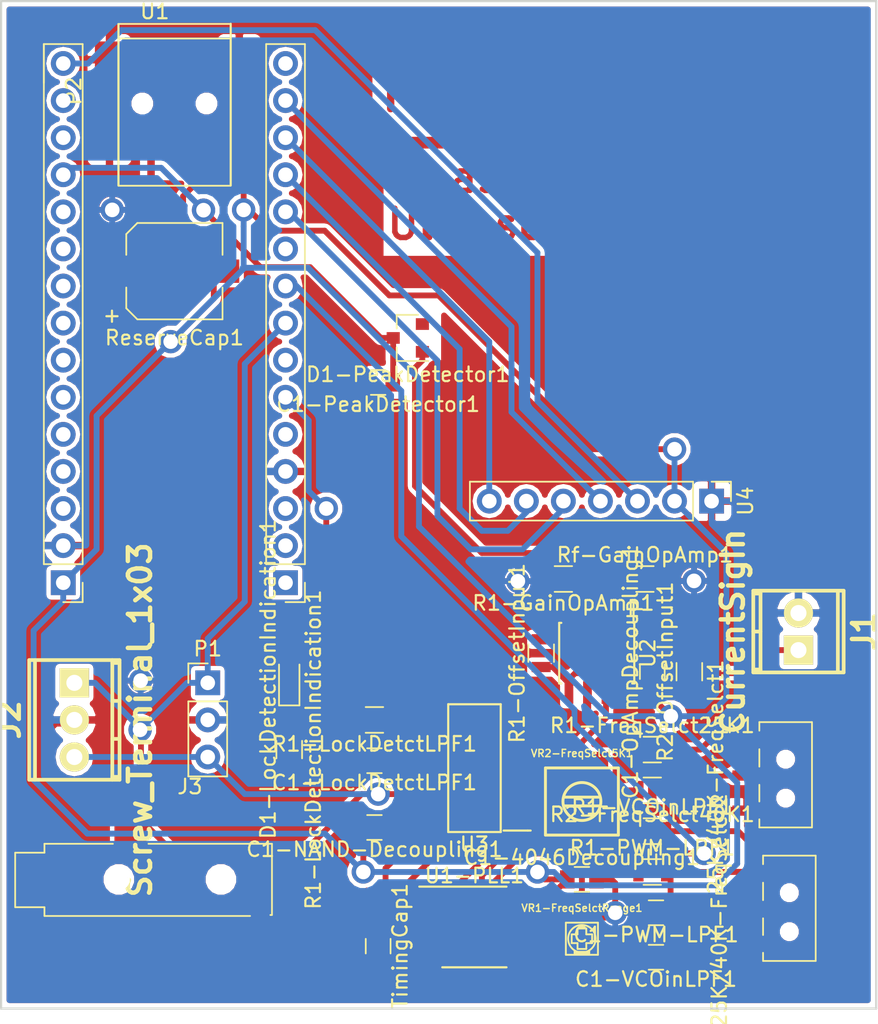
<source format=kicad_pcb>
(kicad_pcb (version 4) (host pcbnew 4.0.5)
  (layers (0 F.Cu signal) (31 B.Cu signal) (34 B.Paste user) (35 F.Paste user) (36 B.SilkS user) (37 F.SilkS user hide) (38 B.Mask user) (39 F.Mask user) (44 Edge.Cuts user))
  (net 0 "")
  (net 1 GND)
  (net 2 "Net-(25K/40K-FreqSelct1-Pad2)")
  (net 3 "Net-(25K/40K-FreqSelct1-Pad3)")
  (net 4 "Net-(25K/40K-FreqSelct2-Pad1)")
  (net 5 "Net-(25K/40K-FreqSelct2-Pad2)")
  (net 6 PWM-LPF)
  (net 7 "Net-(C1-LockDetctLPF1-Pad1)")
  (net 8 VCC)
  (net 9 "Net-(C1-PeakDetector1-Pad1)")
  (net 10 Lock)
  (net 11 "Net-(D1-LockDetectionIndication1-Pad1)")
  (net 12 CurrentWaveform)
  (net 13 "Net-(J1-Pad1)")
  (net 14 "Net-(J2-Pad3)")
  (net 15 Tone)
  (net 16 "Net-(R1-LockDetctLPF1-Pad1)")
  (net 17 "Net-(R1-OffsetInput1-Pad2)")
  (net 18 "Net-(R1-PWM-LPF1-Pad1)")
  (net 19 "Net-(R1-VCOinLPF1-Pad1)")
  (net 20 "Net-(R2-FreqSelct40K1-Pad2)")
  (net 21 "Net-(TimingCap1-Pad1)")
  (net 22 "Net-(TimingCap1-Pad2)")
  (net 23 "Net-(U1-Pad28)")
  (net 24 "Net-(U1-Pad27)")
  (net 25 "Net-(U1-Pad26)")
  (net 26 "Net-(U1-Pad25)")
  (net 27 "Net-(U1-Pad24)")
  (net 28 "Net-(U1-Pad23)")
  (net 29 "Net-(U1-Pad22)")
  (net 30 "Net-(U1-Pad21)")
  (net 31 "Net-(U1-Pad20)")
  (net 32 "Net-(U1-Pad18)")
  (net 33 "Net-(U1-Pad17)")
  (net 34 "Net-(U1-Pad16)")
  (net 35 "Net-(U1-Pad1)")
  (net 36 "Net-(U1-Pad2)")
  (net 37 "Net-(U1-Pad3)")
  (net 38 "Net-(U1-Pad5)")
  (net 39 "Net-(U1-Pad10)")
  (net 40 "Net-(U1-Pad14)")
  (net 41 "Net-(U1-Pad11)")
  (net 42 "Net-(U1-Pad12)")
  (net 43 "Net-(U1-Pad13)")
  (net 44 "Net-(U1-Pad15)")
  (net 45 "Net-(U1-PLL1-Pad1)")
  (net 46 "Net-(U1-PLL1-Pad2)")
  (net 47 "Net-(U1-PLL1-Pad10)")
  (net 48 "Net-(U1-PLL1-Pad11)")
  (net 49 "Net-(U1-PLL1-Pad12)")
  (net 50 "Net-(U1-PLL1-Pad14)")
  (net 51 "Net-(U1-PLL1-Pad15)")
  (net 52 Mic)
  (net 53 "Net-(R1-GainOpAmp1-Pad1)")
  (net 54 "Net-(U3-Pad3)")
  (net 55 "Net-(U1-Pad7)")
  (module TSSOP-16-SMALLPADS (layer F.Cu) (at 92.45 92.45)
    (fp_text reference U1-PLL1 (at 0 -3.55) (layer F.SilkS))
    (fp_text value 4046USL)
    (pad 1 smd rect (at -2.95 -2.275) (size 1.5 0.4) (layers F.Cu F.Paste F.Mask) (net 45 "Net-(U1-PLL1-Pad1)"))
    (pad 2 smd rect (at -2.95 -1.625) (size 1.5 0.4) (layers F.Cu F.Paste F.Mask) (net 46 "Net-(U1-PLL1-Pad2)"))
    (pad 3 smd rect (at -2.95 -0.975) (size 1.5 0.4) (layers F.Cu F.Paste F.Mask) (net 15 Tone))
    (pad 4 smd rect (at -2.95 -0.325) (size 1.5 0.4) (layers F.Cu F.Paste F.Mask) (net 15 Tone))
    (pad 5 smd rect (at -2.95 0.325) (size 1.5 0.4) (layers F.Cu F.Paste F.Mask) (net 1 GND))
    (pad 6 smd rect (at -2.95 0.975) (size 1.5 0.4) (layers F.Cu F.Paste F.Mask) (net 21 "Net-(TimingCap1-Pad1)"))
    (pad 7 smd rect (at -2.95 1.625) (size 1.5 0.4) (layers F.Cu F.Paste F.Mask) (net 22 "Net-(TimingCap1-Pad2)"))
    (pad 8 smd rect (at -2.95 2.275) (size 1.5 0.4) (layers F.Cu F.Paste F.Mask) (net 1 GND))
    (pad 9 smd rect (at 2.95 2.275) (size 1.5 0.4) (layers F.Cu F.Paste F.Mask) (net 5 "Net-(25K/40K-FreqSelct2-Pad2)"))
    (pad 10 smd rect (at 2.95 1.625) (size 1.5 0.4) (layers F.Cu F.Paste F.Mask) (net 47 "Net-(U1-PLL1-Pad10)"))
    (pad 11 smd rect (at 2.95 0.975) (size 1.5 0.4) (layers F.Cu F.Paste F.Mask) (net 48 "Net-(U1-PLL1-Pad11)"))
    (pad 12 smd rect (at 2.95 0.325) (size 1.5 0.4) (layers F.Cu F.Paste F.Mask) (net 49 "Net-(U1-PLL1-Pad12)"))
    (pad 13 smd rect (at 2.95 -0.325) (size 1.5 0.4) (layers F.Cu F.Paste F.Mask) (net 19 "Net-(R1-VCOinLPF1-Pad1)"))
    (pad 14 smd rect (at 2.95 -0.975) (size 1.5 0.4) (layers F.Cu F.Paste F.Mask) (net 50 "Net-(U1-PLL1-Pad14)"))
    (pad 15 smd rect (at 2.95 -1.625) (size 1.5 0.4) (layers F.Cu F.Paste F.Mask) (net 51 "Net-(U1-PLL1-Pad15)"))
    (pad 16 smd rect (at 2.95 -2.275) (size 1.5 0.4) (layers F.Cu F.Paste F.Mask) (net 8 VCC))
  )
  (module Capacitors_SMD:C_0805 (layer F.Cu) (at 85.852 55.118 180)
    (fp_text reference C1-PeakDetector1 (at 0 -1.5 180) (layer F.SilkS))
    (fp_text value 100nF)
    (pad 1 smd rect (at -1 0 180) (size 1 1.25) (layers F.Cu F.Paste F.Mask) (net 9 "Net-(C1-PeakDetector1-Pad1)"))
    (pad 2 smd rect (at 1 0 180) (size 1 1.25) (layers F.Cu F.Paste F.Mask) (net 1 GND))
  )
  (module Capacitors_SMD:CP_Elec_6.3x5.3 (layer F.Cu) (at 71.882 47.498)
    (fp_text reference ReserveCap1 (at 0 4.56) (layer F.SilkS))
    (fp_text value 100uF)
    (fp_text user + (at -4.28 3.01) (layer F.SilkS))
    (pad 1 smd rect (at -2.7 0 180) (size 3.5 1.6) (layers F.Cu F.Paste F.Mask) (net 1 GND))
    (pad 2 smd rect (at 2.7 0 180) (size 3.5 1.6) (layers F.Cu F.Paste F.Mask) (net 8 VCC))
  )
  (module Arduino-Nano-Pinheader (layer F.Cu) (at 71.7042 48.0568 180)
    (fp_text reference U1 (at 1.1684 18.3388 180) (layer F.SilkS))
    (fp_text value Arduino-Nano)
    (pad 30 thru_hole rect (at 7.4422 -20.7772 180) (size 1.7 1.7) (drill 1) (layers *.Cu *.Mask) (net 8 VCC))
    (pad 29 thru_hole oval (at 7.4422 -18.2372 180) (size 1.7 1.7) (drill 1) (layers *.Cu *.Mask) (net 1 GND))
    (pad 28 thru_hole oval (at 7.4422 -15.6972 180) (size 1.7 1.7) (drill 1) (layers *.Cu *.Mask) (net 23 "Net-(U1-Pad28)"))
    (pad 27 thru_hole oval (at 7.4422 -13.1572 180) (size 1.7 1.7) (drill 1) (layers *.Cu *.Mask) (net 24 "Net-(U1-Pad27)"))
    (pad 26 thru_hole oval (at 7.4422 -10.6172 180) (size 1.7 1.7) (drill 1) (layers *.Cu *.Mask) (net 25 "Net-(U1-Pad26)"))
    (pad 25 thru_hole oval (at 7.4422 -8.0772 180) (size 1.7 1.7) (drill 1) (layers *.Cu *.Mask) (net 26 "Net-(U1-Pad25)"))
    (pad 24 thru_hole oval (at 7.4422 -5.5372 180) (size 1.7 1.7) (drill 1) (layers *.Cu *.Mask) (net 27 "Net-(U1-Pad24)"))
    (pad 23 thru_hole oval (at 7.4422 -2.9972 180) (size 1.7 1.7) (drill 1) (layers *.Cu *.Mask) (net 28 "Net-(U1-Pad23)"))
    (pad 22 thru_hole oval (at 7.4422 -0.4572 180) (size 1.7 1.7) (drill 1) (layers *.Cu *.Mask) (net 29 "Net-(U1-Pad22)"))
    (pad 21 thru_hole oval (at 7.4422 2.0828 180) (size 1.7 1.7) (drill 1) (layers *.Cu *.Mask) (net 30 "Net-(U1-Pad21)"))
    (pad 20 thru_hole oval (at 7.4422 4.6228 180) (size 1.7 1.7) (drill 1) (layers *.Cu *.Mask) (net 31 "Net-(U1-Pad20)"))
    (pad 19 thru_hole oval (at 7.4422 7.1628 180) (size 1.7 1.7) (drill 1) (layers *.Cu *.Mask) (net 9 "Net-(C1-PeakDetector1-Pad1)"))
    (pad 18 thru_hole oval (at 7.4422 9.7028 180) (size 1.7 1.7) (drill 1) (layers *.Cu *.Mask) (net 32 "Net-(U1-Pad18)"))
    (pad 17 thru_hole oval (at 7.4422 12.2428 180) (size 1.7 1.7) (drill 1) (layers *.Cu *.Mask) (net 33 "Net-(U1-Pad17)"))
    (pad 16 thru_hole oval (at 7.4422 14.7828 180) (size 1.7 1.7) (drill 1) (layers *.Cu *.Mask) (net 34 "Net-(U1-Pad16)"))
    (pad 4 thru_hole oval (at -7.7978 -13.1572 180) (size 1.7 1.7) (drill 1) (layers *.Cu *.Mask) (net 1 GND))
    (pad 1 thru_hole rect (at -7.7978 -20.7772 180) (size 1.7 1.7) (drill 1) (layers *.Cu *.Mask) (net 35 "Net-(U1-Pad1)"))
    (pad 2 thru_hole oval (at -7.7978 -18.2372 180) (size 1.7 1.7) (drill 1) (layers *.Cu *.Mask) (net 36 "Net-(U1-Pad2)"))
    (pad 3 thru_hole oval (at -7.7978 -15.6972 180) (size 1.7 1.7) (drill 1) (layers *.Cu *.Mask) (net 37 "Net-(U1-Pad3)"))
    (pad 5 thru_hole oval (at -7.7978 -10.6172 180) (size 1.7 1.7) (drill 1) (layers *.Cu *.Mask) (net 38 "Net-(U1-Pad5)"))
    (pad 9 thru_hole oval (at -7.7978 -0.4572 180) (size 1.7 1.7) (drill 1) (layers *.Cu *.Mask) (net 18 "Net-(R1-PWM-LPF1-Pad1)"))
    (pad 6 thru_hole oval (at -7.7978 -8.0772 180) (size 1.7 1.7) (drill 1) (layers *.Cu *.Mask) (net 10 Lock))
    (pad 7 thru_hole oval (at -7.7978 -5.5372 180) (size 1.7 1.7) (drill 1) (layers *.Cu *.Mask) (net 55 "Net-(U1-Pad7)"))
    (pad 8 thru_hole oval (at -7.7978 -2.9972 180) (size 1.7 1.7) (drill 1) (layers *.Cu *.Mask) (net 15 Tone))
    (pad 10 thru_hole oval (at -7.7978 2.0828 180) (size 1.7 1.7) (drill 1) (layers *.Cu *.Mask) (net 39 "Net-(U1-Pad10)"))
    (pad 14 thru_hole oval (at -7.7978 12.2428 180) (size 1.7 1.7) (drill 1) (layers *.Cu *.Mask) (net 40 "Net-(U1-Pad14)"))
    (pad 11 thru_hole oval (at -7.7978 4.6228 180) (size 1.7 1.7) (drill 1) (layers *.Cu *.Mask) (net 41 "Net-(U1-Pad11)"))
    (pad 12 thru_hole oval (at -7.7978 7.1628 180) (size 1.7 1.7) (drill 1) (layers *.Cu *.Mask) (net 42 "Net-(U1-Pad12)"))
    (pad 13 thru_hole oval (at -7.7978 9.7028 180) (size 1.7 1.7) (drill 1) (layers *.Cu *.Mask) (net 43 "Net-(U1-Pad13)"))
    (pad 15 thru_hole oval (at -7.7978 14.7828 180) (size 1.7 1.7) (drill 1) (layers *.Cu *.Mask) (net 44 "Net-(U1-Pad15)"))
  )
  (module Egengjort:USB_Mini-B_Handsoldering (layer F.Cu) (at 71.882 35.814 270)
    (fp_text reference P2 (at -0.65 6.9 270) (layer F.SilkS))
    (fp_text value USB_OTG)
    (pad 1 smd rect (at 3.4 -1.6 270) (size 3.5 0.5) (layers F.Cu F.Paste F.Mask) (net 8 VCC))
    (pad 5 smd rect (at 3.4 1.6 270) (size 3.5 0.5) (layers F.Cu F.Paste F.Mask) (net 1 GND))
    (pad 6 smd rect (at 2.7 -4.45 270) (size 2.5 2) (layers F.Cu F.Paste F.Mask) (net 1 GND))
    (pad 6 smd rect (at -2.8 -4.45 270) (size 2.5 2) (layers F.Cu F.Paste F.Mask) (net 1 GND))
    (pad 6 smd rect (at 2.7 4.45 270) (size 2.5 2) (layers F.Cu F.Paste F.Mask) (net 1 GND))
    (pad 6 smd rect (at -2.8 4.45 270) (size 2.5 2) (layers F.Cu F.Paste F.Mask) (net 1 GND))
    (pad "" np_thru_hole circle (at 0.2 -2.2 270) (size 0.9 0.9) (drill 0.9) (layers *.Cu *.Mask))
    (pad "" np_thru_hole circle (at 0.2 2.2 270) (size 0.9 0.9) (drill 0.9) (layers *.Cu *.Mask))
  )
  (module mpt_05-2f3-254 (layer F.Cu) (at 65.024 78.232 90)
    (fp_text reference J2 (at 0 -4.50088 90) (layer F.SilkS) (effects (font (thickness 0.3048))))
    (fp_text value Screw_Terminal_1x03 (at 0 4.50088 90) (layer F.SilkS) (effects (font (thickness 0.3048))))
    (pad 3 thru_hole oval (at -2.54 0 90) (size 1.99898 1.99898) (drill 1.09728) (layers *.Cu *.Mask F.SilkS) (net 14 "Net-(J2-Pad3)"))
    (pad 1 thru_hole rect (at 2.54 0 90) (size 1.99898 1.99898) (drill 1.09728) (layers *.Cu *.Mask F.SilkS) (net 15 Tone))
    (pad 2 thru_hole oval (at 0 0 90) (size 1.99898 1.99898) (drill 1.09728) (layers *.Cu *.Mask F.SilkS) (net 1 GND))
  )
  (module Resistors_SMD:R_0805 (layer F.Cu) (at 79.756 80.264 270)
    (fp_text reference R1-LockDetectionIndication1 (at 0 -1.65 270) (layer F.SilkS))
    (fp_text value 470)
    (pad 1 smd rect (at -0.95 0 270) (size 0.7 1.3) (layers F.Cu F.Paste F.Mask) (net 11 "Net-(D1-LockDetectionIndication1-Pad1)"))
    (pad 2 smd rect (at 0.95 0 270) (size 0.7 1.3) (layers F.Cu F.Paste F.Mask) (net 1 GND))
  )
  (module SOT-23-PinCorrection (layer F.Cu) (at 87.884 52.07 180)
    (fp_text reference D1-PeakDetector1 (at 0 -2.5 180) (layer F.SilkS))
    (fp_text value D)
    (pad 2 smd rect (at -1 -0.95 180) (size 0.9 0.8) (layers F.Cu F.Paste F.Mask) (net 12 CurrentWaveform))
    (pad 3 smd rect (at -1 0.95 180) (size 0.9 0.8) (layers F.Cu F.Paste F.Mask))
    (pad 1 smd rect (at 1 0 180) (size 0.9 0.8) (layers F.Cu F.Paste F.Mask) (net 9 "Net-(C1-PeakDetector1-Pad1)"))
  )
  (module Housings_SOIC:SOIC-8_3.9x4.9mm_Pitch1.27mm (layer F.Cu) (at 100.838 73.66 270)
    (fp_text reference U2 (at 0 -3.5 270) (layer F.SilkS))
    (fp_text value TLV3542)
    (pad 1 smd rect (at -2.7 -1.905 270) (size 1.55 0.6) (layers F.Cu F.Paste F.Mask) (net 12 CurrentWaveform))
    (pad 2 smd rect (at -2.7 -0.635 270) (size 1.55 0.6) (layers F.Cu F.Paste F.Mask) (net 53 "Net-(R1-GainOpAmp1-Pad1)"))
    (pad 3 smd rect (at -2.7 0.635 270) (size 1.55 0.6) (layers F.Cu F.Paste F.Mask) (net 17 "Net-(R1-OffsetInput1-Pad2)"))
    (pad 4 smd rect (at -2.7 1.905 270) (size 1.55 0.6) (layers F.Cu F.Paste F.Mask) (net 1 GND))
    (pad 5 smd rect (at 2.7 1.905 270) (size 1.55 0.6) (layers F.Cu F.Paste F.Mask) (net 13 "Net-(J1-Pad1)"))
    (pad 6 smd rect (at 2.7 0.635 270) (size 1.55 0.6) (layers F.Cu F.Paste F.Mask) (net 1 GND))
    (pad 7 smd rect (at 2.7 -0.635 270) (size 1.55 0.6) (layers F.Cu F.Paste F.Mask) (net 50 "Net-(U1-PLL1-Pad14)"))
    (pad 8 smd rect (at 2.7 -1.905 270) (size 1.55 0.6) (layers F.Cu F.Paste F.Mask) (net 8 VCC))
  )
  (module trim_bi_23b (layer F.Cu) (at 99.822 83.82)
    (fp_text reference VR2-FreqSelct5K1 (at 0 -3.29946) (layer F.SilkS) (effects (font (size 0.50038 0.50038) (thickness 0.09906))))
    (fp_text value 5K hide)
    (pad 1 smd rect (at -1.15 -2.75) (size 1.3 1.3) (layers F.Cu F.Paste F.Mask) (net 49 "Net-(U1-PLL1-Pad12)"))
    (pad 2 smd rect (at 0 2.75) (size 1.6 1.3) (layers F.Cu F.Paste F.Mask) (net 20 "Net-(R2-FreqSelct40K1-Pad2)"))
    (pad 3 smd rect (at 1.15 -2.75) (size 1.3 1.3) (layers F.Cu F.Paste F.Mask))
  )
  (module OLED1.3inch7pinSPI (layer F.Cu) (at 108.712 63.246 270)
    (fp_text reference U4 (at 0 -2.33 270) (layer F.SilkS))
    (fp_text value 126x64-OLED-SPI-4W)
    (pad 1 thru_hole rect (at 0 0 270) (size 1.7 1.7) (drill 1) (layers *.Cu *.Mask) (net 1 GND))
    (pad 2 thru_hole oval (at 0 2.54 270) (size 1.7 1.7) (drill 1) (layers *.Cu *.Mask) (net 8 VCC))
    (pad 3 thru_hole oval (at 0 5.08 270) (size 1.7 1.7) (drill 1) (layers *.Cu *.Mask) (net 34 "Net-(U1-Pad16)"))
    (pad 4 thru_hole oval (at 0 7.62 270) (size 1.7 1.7) (drill 1) (layers *.Cu *.Mask) (net 40 "Net-(U1-Pad14)"))
    (pad 5 thru_hole oval (at 0 10.16 270) (size 1.7 1.7) (drill 1) (layers *.Cu *.Mask) (net 41 "Net-(U1-Pad11)"))
    (pad 6 thru_hole oval (at 0 12.7 270) (size 1.7 1.7) (drill 1) (layers *.Cu *.Mask) (net 42 "Net-(U1-Pad12)"))
    (pad 7 thru_hole oval (at 0 15.24 270) (size 1.7 1.7) (drill 1) (layers *.Cu *.Mask) (net 43 "Net-(U1-Pad13)"))
  )
  (module SJ-43514-SMT_3.5mm_Jack (layer F.Cu) (at 68.072 89.154)
    (fp_text reference J3 (at 4.8756 -6.35) (layer F.SilkS))
    (fp_text value SJ-43514-SMT-TR)
    (pad 3 smd rect (at 0.8 -3.7) (size 2.2 2.8) (layers F.Cu F.Paste F.Mask) (net 15 Tone))
    (pad "" np_thru_hole circle (at 0.0002 0) (size 1.5 1.5) (drill 1.5) (layers *.Cu *.Mask))
    (pad "" np_thru_hole circle (at 7.0002 0) (size 1.5 1.5) (drill 1.5) (layers *.Cu *.Mask))
    (pad 4 smd rect (at -1.1 3.7) (size 2.2 2.8) (layers F.Cu F.Paste F.Mask) (net 52 Mic))
    (pad 1 smd rect (at -3.9 3.7) (size 2.2 2.8) (layers F.Cu F.Paste F.Mask) (net 1 GND))
    (pad 2 smd rect (at 8.3 3.7) (size 2.2 2.8) (layers F.Cu F.Paste F.Mask) (net 14 "Net-(J2-Pad3)"))
  )
  (module PLL-USL:SW_SPDT_CK-JS102011SAQN (layer F.Cu) (at 113.792 82.042 90)
    (fp_text reference 25K/40K-FreqSelct1 (at -0.1 -4.8 90) (layer F.SilkS))
    (fp_text value 25K/40K)
    (pad 1 smd rect (at -2.4 -2.65 90) (size 0.7 2) (layers F.Cu F.Paste F.Mask) (net 1 GND))
    (pad "" np_thru_hole circle (at -1.5478 0 90) (size 0.7 0.7) (drill 0.7) (layers *.Cu *.Mask))
    (pad "" np_thru_hole circle (at 1.1192 0 90) (size 0.7 0.7) (drill 0.7) (layers *.Cu *.Mask))
    (pad 2 smd rect (at 0 -2.65 90) (size 0.7 2) (layers F.Cu F.Paste F.Mask) (net 2 "Net-(25K/40K-FreqSelct1-Pad2)"))
    (pad 3 smd rect (at 2.4 -2.65 90) (size 0.7 2) (layers F.Cu F.Paste F.Mask) (net 3 "Net-(25K/40K-FreqSelct1-Pad3)"))
    (pad 4 smd rect (at -2.4 2.65 90) (size 0.7 2) (layers F.Cu F.Paste F.Mask))
    (pad 5 smd rect (at 0 2.65 90) (size 0.7 2) (layers F.Cu F.Paste F.Mask))
    (pad 6 smd rect (at 2.4 2.65 90) (size 0.7 2) (layers F.Cu F.Paste F.Mask))
  )
  (module PLL-USL:SW_SPDT_CK-JS102011SAQN (layer F.Cu) (at 114.046 91.186 90)
    (fp_text reference 25K/40K-FreqSelct2 (at -0.1 -4.8 90) (layer F.SilkS))
    (fp_text value Arduino/PLL)
    (pad 1 smd rect (at -2.4 -2.65 90) (size 0.7 2) (layers F.Cu F.Paste F.Mask) (net 4 "Net-(25K/40K-FreqSelct2-Pad1)"))
    (pad "" np_thru_hole circle (at -1.5478 0 90) (size 0.7 0.7) (drill 0.7) (layers *.Cu *.Mask))
    (pad "" np_thru_hole circle (at 1.1192 0 90) (size 0.7 0.7) (drill 0.7) (layers *.Cu *.Mask))
    (pad 2 smd rect (at 0 -2.65 90) (size 0.7 2) (layers F.Cu F.Paste F.Mask) (net 5 "Net-(25K/40K-FreqSelct2-Pad2)"))
    (pad 3 smd rect (at 2.4 -2.65 90) (size 0.7 2) (layers F.Cu F.Paste F.Mask) (net 6 PWM-LPF))
    (pad 4 smd rect (at -2.4 2.65 90) (size 0.7 2) (layers F.Cu F.Paste F.Mask))
    (pad 5 smd rect (at 0 2.65 90) (size 0.7 2) (layers F.Cu F.Paste F.Mask))
    (pad 6 smd rect (at 2.4 2.65 90) (size 0.7 2) (layers F.Cu F.Paste F.Mask))
  )
  (module Capacitors_SMD:C_0805 (layer F.Cu) (at 99.822 89.154)
    (fp_text reference C1-4046Decoupling1 (at 0 -1.5) (layer F.SilkS))
    (fp_text value 100nF)
    (pad 1 smd rect (at -1 0) (size 1 1.25) (layers F.Cu F.Paste F.Mask) (net 8 VCC))
    (pad 2 smd rect (at 1 0) (size 1 1.25) (layers F.Cu F.Paste F.Mask) (net 1 GND))
  )
  (module Capacitors_SMD:C_0805 (layer F.Cu) (at 85.598 81.026 180)
    (fp_text reference C1-LockDetctLPF1 (at 0 -1.5 180) (layer F.SilkS))
    (fp_text value 10nF)
    (pad 1 smd rect (at -1 0 180) (size 1 1.25) (layers F.Cu F.Paste F.Mask) (net 7 "Net-(C1-LockDetctLPF1-Pad1)"))
    (pad 2 smd rect (at 1 0 180) (size 1 1.25) (layers F.Cu F.Paste F.Mask) (net 1 GND))
  )
  (module Capacitors_SMD:C_0805 (layer F.Cu) (at 104.648 74.93 90)
    (fp_text reference C1-OpAmpDecoupling1 (at 0 -1.5 90) (layer F.SilkS))
    (fp_text value 100nF)
    (pad 1 smd rect (at -1 0 90) (size 1 1.25) (layers F.Cu F.Paste F.Mask) (net 8 VCC))
    (pad 2 smd rect (at 1 0 90) (size 1 1.25) (layers F.Cu F.Paste F.Mask) (net 1 GND))
  )
  (module Capacitors_SMD:C_0805 (layer F.Cu) (at 104.902 91.44 180)
    (fp_text reference C1-PWM-LPF1 (at 0 -1.5 180) (layer F.SilkS))
    (fp_text value 1uF)
    (pad 1 smd rect (at -1 0 180) (size 1 1.25) (layers F.Cu F.Paste F.Mask) (net 6 PWM-LPF))
    (pad 2 smd rect (at 1 0 180) (size 1 1.25) (layers F.Cu F.Paste F.Mask) (net 1 GND))
  )
  (module Capacitors_SMD:C_0805 (layer F.Cu) (at 104.902 94.488 180)
    (fp_text reference C1-VCOinLPF1 (at 0 -1.5 180) (layer F.SilkS))
    (fp_text value 10nF)
    (pad 1 smd rect (at -1 0 180) (size 1 1.25) (layers F.Cu F.Paste F.Mask) (net 4 "Net-(25K/40K-FreqSelct2-Pad1)"))
    (pad 2 smd rect (at 1 0 180) (size 1 1.25) (layers F.Cu F.Paste F.Mask) (net 1 GND))
  )
  (module LEDs:LED_0805 (layer F.Cu) (at 79.756 75.438 90)
    (fp_text reference D1-LockDetectionIndication1 (at 0 -1.45 90) (layer F.SilkS))
    (fp_text value GREEN)
    (pad 2 smd rect (at 1.1 0 270) (size 1.2 1.2) (layers F.Cu F.Paste F.Mask) (net 10 Lock))
    (pad 1 smd rect (at -1.1 0 270) (size 1.2 1.2) (layers F.Cu F.Paste F.Mask) (net 11 "Net-(D1-LockDetectionIndication1-Pad1)"))
  )
  (module TerminalBlocks2.54mm:mpt_05-2f2-254 (layer F.Cu) (at 114.67 72.18 270)
    (fp_text reference J1 (at 0 -4.50088 270) (layer F.SilkS) (effects (font (thickness 0.3048))))
    (fp_text value CurrentSigIn (at 0 4.50088 270) (layer F.SilkS) (effects (font (thickness 0.3048))))
    (pad 2 thru_hole oval (at -1.27 0 270) (size 1.99898 1.99898) (drill 1.09728) (layers *.Cu *.Mask F.SilkS) (net 1 GND))
    (pad 1 thru_hole rect (at 1.27 0 270) (size 1.99898 1.99898) (drill 1.09728) (layers *.Cu *.Mask F.SilkS) (net 13 "Net-(J1-Pad1)"))
  )
  (module Socket_Strips:Socket_Strip_Straight_1x03_Pitch2.54mm (layer F.Cu) (at 74.168 75.692)
    (fp_text reference P1 (at 0 -2.33) (layer F.SilkS))
    (fp_text value CONN_01X03)
    (pad 1 thru_hole rect (at 0 0) (size 1.7 1.7) (drill 1) (layers *.Cu *.Mask) (net 15 Tone))
    (pad 2 thru_hole oval (at 0 2.54) (size 1.7 1.7) (drill 1) (layers *.Cu *.Mask) (net 1 GND))
    (pad 3 thru_hole oval (at 0 5.08) (size 1.7 1.7) (drill 1) (layers *.Cu *.Mask) (net 14 "Net-(J2-Pad3)"))
  )
  (module Resistors_SMD:R_0805 (layer F.Cu) (at 104.648 80.264)
    (fp_text reference R1-FreqSelct25K1 (at 0 -1.65) (layer F.SilkS))
    (fp_text value 15K)
    (pad 1 smd rect (at -0.95 0) (size 0.7 1.3) (layers F.Cu F.Paste F.Mask) (net 1 GND))
    (pad 2 smd rect (at 0.95 0) (size 0.7 1.3) (layers F.Cu F.Paste F.Mask) (net 3 "Net-(25K/40K-FreqSelct1-Pad3)"))
  )
  (module Resistors_SMD:R_0805 (layer F.Cu) (at 98.552 68.58 180)
    (fp_text reference R1-GainOpAmp1 (at 0 -1.65 180) (layer F.SilkS))
    (fp_text value 15K)
    (pad 1 smd rect (at -0.95 0 180) (size 0.7 1.3) (layers F.Cu F.Paste F.Mask) (net 53 "Net-(R1-GainOpAmp1-Pad1)"))
    (pad 2 smd rect (at 0.95 0 180) (size 0.7 1.3) (layers F.Cu F.Paste F.Mask) (net 1 GND))
  )
  (module Resistors_SMD:R_0805 (layer F.Cu) (at 85.598 78.232 180)
    (fp_text reference R1-LockDetctLPF1 (at 0 -1.65 180) (layer F.SilkS))
    (fp_text value 120K)
    (pad 1 smd rect (at -0.95 0 180) (size 0.7 1.3) (layers F.Cu F.Paste F.Mask) (net 16 "Net-(R1-LockDetctLPF1-Pad1)"))
    (pad 2 smd rect (at 0.95 0 180) (size 0.7 1.3) (layers F.Cu F.Paste F.Mask) (net 7 "Net-(C1-LockDetctLPF1-Pad1)"))
  )
  (module Resistors_SMD:R_0805 (layer F.Cu) (at 97.028 73.66 90)
    (fp_text reference R1-OffsetInput1 (at 0 -1.65 90) (layer F.SilkS))
    (fp_text value 1k)
    (pad 1 smd rect (at -0.95 0 90) (size 0.7 1.3) (layers F.Cu F.Paste F.Mask) (net 13 "Net-(J1-Pad1)"))
    (pad 2 smd rect (at 0.95 0 90) (size 0.7 1.3) (layers F.Cu F.Paste F.Mask) (net 17 "Net-(R1-OffsetInput1-Pad2)"))
  )
  (module Resistors_SMD:R_0805 (layer F.Cu) (at 104.648 88.646)
    (fp_text reference R1-PWM-LPF1 (at 0 -1.65) (layer F.SilkS))
    (fp_text value 15K)
    (pad 1 smd rect (at -0.95 0) (size 0.7 1.3) (layers F.Cu F.Paste F.Mask) (net 18 "Net-(R1-PWM-LPF1-Pad1)"))
    (pad 2 smd rect (at 0.95 0) (size 0.7 1.3) (layers F.Cu F.Paste F.Mask) (net 6 PWM-LPF))
  )
  (module Resistors_SMD:R_0805 (layer F.Cu) (at 104.648 85.852)
    (fp_text reference R1-VCOinLPF1 (at 0 -1.65) (layer F.SilkS))
    (fp_text value 120K)
    (pad 1 smd rect (at -0.95 0) (size 0.7 1.3) (layers F.Cu F.Paste F.Mask) (net 19 "Net-(R1-VCOinLPF1-Pad1)"))
    (pad 2 smd rect (at 0.95 0) (size 0.7 1.3) (layers F.Cu F.Paste F.Mask) (net 4 "Net-(25K/40K-FreqSelct2-Pad1)"))
  )
  (module Resistors_SMD:R_0805 (layer F.Cu) (at 104.648 83.058 180)
    (fp_text reference R2-FreqSelct40K1 (at 0 -1.65 180) (layer F.SilkS))
    (fp_text value 15K)
    (pad 1 smd rect (at -0.95 0 180) (size 0.7 1.3) (layers F.Cu F.Paste F.Mask) (net 2 "Net-(25K/40K-FreqSelct1-Pad2)"))
    (pad 2 smd rect (at 0.95 0 180) (size 0.7 1.3) (layers F.Cu F.Paste F.Mask) (net 20 "Net-(R2-FreqSelct40K1-Pad2)"))
  )
  (module Resistors_SMD:R_0805 (layer F.Cu) (at 107.188 74.93 90)
    (fp_text reference R2-OffsetInput1 (at 0 -1.65 90) (layer F.SilkS))
    (fp_text value 330k)
    (pad 1 smd rect (at -0.95 0 90) (size 0.7 1.3) (layers F.Cu F.Paste F.Mask) (net 8 VCC))
    (pad 2 smd rect (at 0.95 0 90) (size 0.7 1.3) (layers F.Cu F.Paste F.Mask) (net 17 "Net-(R1-OffsetInput1-Pad2)"))
  )
  (module Resistors_SMD:R_0805 (layer F.Cu) (at 104.14 68.58)
    (fp_text reference Rf-GainOpAmp1 (at 0 -1.65) (layer F.SilkS))
    (fp_text value 220K)
    (pad 1 smd rect (at -0.95 0) (size 0.7 1.3) (layers F.Cu F.Paste F.Mask) (net 53 "Net-(R1-GainOpAmp1-Pad1)"))
    (pad 2 smd rect (at 0.95 0) (size 0.7 1.3) (layers F.Cu F.Paste F.Mask) (net 12 CurrentWaveform))
  )
  (module Capacitors_SMD:C_0805 (layer F.Cu) (at 85.852 93.726 270)
    (fp_text reference TimingCap1 (at 0 -1.5 270) (layer F.SilkS))
    (fp_text value 1.5nF)
    (pad 1 smd rect (at -1 0 270) (size 1 1.25) (layers F.Cu F.Paste F.Mask) (net 21 "Net-(TimingCap1-Pad1)"))
    (pad 2 smd rect (at 1 0 270) (size 1 1.25) (layers F.Cu F.Paste F.Mask) (net 22 "Net-(TimingCap1-Pad2)"))
  )
  (module SMDresistors:trim_murata_pva2a (layer F.Cu) (at 99.822 93.218)
    (fp_text reference VR1-FreqSelctRange1 (at 0 -2.10058) (layer F.SilkS) (effects (font (size 0.50038 0.50038) (thickness 0.09906))))
    (fp_text value 1M hide)
    (pad 1 smd rect (at -1 1.2) (size 1.2 1.2) (layers F.Cu F.Paste F.Mask) (net 48 "Net-(U1-PLL1-Pad11)"))
    (pad 2 smd rect (at 0 -1.45) (size 1.6 1.5) (layers F.Cu F.Paste F.Mask) (net 1 GND))
    (pad 3 smd rect (at 1 1.2) (size 1.2 1.2) (layers F.Cu F.Paste F.Mask))
  )
  (module Capacitors_SMD:C_0805 (layer F.Cu) (at 85.598 85.598 180)
    (fp_text reference C1-NAND-Decoupling1 (at 0 -1.5 180) (layer F.SilkS))
    (fp_text value 100nF)
    (pad 1 smd rect (at -1 0 180) (size 1 1.25) (layers F.Cu F.Paste F.Mask) (net 8 VCC))
    (pad 2 smd rect (at 1 0 180) (size 1 1.25) (layers F.Cu F.Paste F.Mask) (net 1 GND))
  )
  (module PLL-USL:SO14 (layer F.Cu) (at 92.456 81.534 180)
    (fp_text reference U3 (at 0 -5.225 180) (layer F.SilkS))
    (fp_text value 74HC00 hide)
    (pad 1 smd rect (at -2.925 -3.81 180) (size 2 0.6) (layers F.Cu F.Paste F.Mask) (net 45 "Net-(U1-PLL1-Pad1)"))
    (pad 2 smd oval (at -2.925 -2.54 180) (size 2 0.6) (layers F.Cu F.Paste F.Mask) (net 45 "Net-(U1-PLL1-Pad1)"))
    (pad 3 smd oval (at -2.925 -1.27 180) (size 2 0.6) (layers F.Cu F.Paste F.Mask) (net 54 "Net-(U3-Pad3)"))
    (pad 4 smd oval (at -2.925 0 180) (size 2 0.6) (layers F.Cu F.Paste F.Mask) (net 54 "Net-(U3-Pad3)"))
    (pad 5 smd oval (at -2.925 1.27 180) (size 2 0.6) (layers F.Cu F.Paste F.Mask) (net 46 "Net-(U1-PLL1-Pad2)"))
    (pad 6 smd oval (at -2.925 2.54 180) (size 2 0.6) (layers F.Cu F.Paste F.Mask) (net 16 "Net-(R1-LockDetctLPF1-Pad1)"))
    (pad 7 smd oval (at -2.925 3.81 180) (size 2 0.6) (layers F.Cu F.Paste F.Mask) (net 1 GND))
    (pad 8 smd oval (at 2.925 3.81 180) (size 2 0.6) (layers F.Cu F.Paste F.Mask) (net 10 Lock))
    (pad 9 smd oval (at 2.925 2.54 180) (size 2 0.6) (layers F.Cu F.Paste F.Mask) (net 7 "Net-(C1-LockDetctLPF1-Pad1)"))
    (pad 10 smd oval (at 2.925 1.27 180) (size 2 0.6) (layers F.Cu F.Paste F.Mask) (net 7 "Net-(C1-LockDetctLPF1-Pad1)"))
    (pad 11 smd oval (at 2.925 0 180) (size 2 0.6) (layers F.Cu F.Paste F.Mask) (net 14 "Net-(J2-Pad3)"))
    (pad 12 smd oval (at 2.925 -1.27 180) (size 2 0.6) (layers F.Cu F.Paste F.Mask) (net 15 Tone))
    (pad 13 smd oval (at 2.925 -2.54 180) (size 2 0.6) (layers F.Cu F.Paste F.Mask) (net 15 Tone))
    (pad 14 smd oval (at 2.925 -3.81 180) (size 2 0.6) (layers F.Cu F.Paste F.Mask) (net 8 VCC))
  )
  (gr_text "Rev A" (at 111.506 49.53) (layer F.Cu) (effects (font (size 2 2) (thickness 0.375))))
  (gr_text "IYPT 2018" (at 101.092 34.544) (layer F.Cu) (effects (font (size 4 4) (thickness 0.5))))
  (gr_text "Phase locked loop\nUltrasonic levitator" (at 101.092 42.672) (layer F.Cu) (effects (font (size 2 2) (thickness 0.375))))
  (gr_line (start 60 98) (end 60 29) (layer Edge.Cuts) (width 0.15))
  (gr_line (start 60 29) (end 120 29) (layer Edge.Cuts) (width 0.15))
  (gr_line (start 120 98) (end 120 29) (layer Edge.Cuts) (width 0.15))
  (gr_line (start 60 98) (end 120 98) (layer Edge.Cuts) (width 0.15))
  (segment (start 116.696 91.186) (end 116.046 91.186) (width 0.4) (layer F.Cu) (net 0))
  (segment (start 111.142 84.442) (end 111.142 85.482) (width 0.4) (layer F.Cu) (net 1))
  (segment (start 115.01 93.55) (end 113.046999 95.513001) (width 0.4) (layer F.Cu) (net 1))
  (segment (start 103.91 95.521) (end 103.902 95.513) (width 0.4) (layer F.Cu) (net 1))
  (segment (start 111.142 85.482) (end 112.12 86.46) (width 0.4) (layer F.Cu) (net 1))
  (segment (start 112.75 86.46) (end 115.01 88.72) (width 0.4) (layer F.Cu) (net 1))
  (segment (start 103.902 95.513) (end 103.902 94.488) (width 0.4) (layer F.Cu) (net 1))
  (segment (start 112.12 86.46) (end 112.75 86.46) (width 0.4) (layer F.Cu) (net 1))
  (segment (start 115.01 88.72) (end 115.01 93.55) (width 0.4) (layer F.Cu) (net 1))
  (segment (start 113.046999 95.513001) (end 107.766999 95.513001) (width 0.4) (layer F.Cu) (net 1))
  (segment (start 107.766999 95.513001) (end 107.03 96.25) (width 0.4) (layer F.Cu) (net 1))
  (segment (start 105.539 96.25) (end 105.329 96.46) (width 0.4) (layer F.Cu) (net 1))
  (segment (start 107.03 96.25) (end 105.539 96.25) (width 0.4) (layer F.Cu) (net 1))
  (segment (start 105.329 96.46) (end 104.55 96.46) (width 0.4) (layer F.Cu) (net 1))
  (segment (start 104.55 96.46) (end 103.91 95.82) (width 0.4) (layer F.Cu) (net 1))
  (segment (start 103.91 95.82) (end 103.91 95.521) (width 0.4) (layer F.Cu) (net 1))
  (segment (start 76.332 38.514) (end 76.332 40.412) (width 0.4) (layer F.Cu) (net 1))
  (segment (start 76.332 40.412) (end 76.83 40.91) (width 0.4) (layer F.Cu) (net 1))
  (segment (start 76.83 40.91) (end 77.018 40.91) (width 0.4) (layer F.Cu) (net 1))
  (segment (start 77.018 40.91) (end 77.048 40.88) (width 0.4) (layer F.Cu) (net 1))
  (segment (start 108.71 61.994) (end 108.71 61.15) (width 0.4) (layer B.Cu) (net 1))
  (segment (start 108.712 63.246) (end 108.712 61.996) (width 0.4) (layer B.Cu) (net 1))
  (segment (start 108.712 61.996) (end 108.71 61.994) (width 0.4) (layer B.Cu) (net 1))
  (segment (start 108.712 63.246) (end 109.962 63.246) (width 0.4) (layer B.Cu) (net 1))
  (segment (start 109.962 63.246) (end 109.966 63.25) (width 0.4) (layer B.Cu) (net 1))
  (segment (start 109.666 65.45) (end 109.076 64.86) (width 0.4) (layer B.Cu) (net 1))
  (segment (start 108.93 64.86) (end 108.712 64.642) (width 0.4) (layer B.Cu) (net 1))
  (segment (start 109.076 64.86) (end 108.93 64.86) (width 0.4) (layer B.Cu) (net 1))
  (segment (start 108.712 64.642) (end 108.712 63.246) (width 0.4) (layer B.Cu) (net 1))
  (segment (start 65.024 78.232) (end 65.046 78.21) (width 0.4) (layer F.Cu) (net 1))
  (segment (start 67.08 76.914982) (end 67.86 76.134982) (width 0.4) (layer F.Cu) (net 1))
  (segment (start 65.046 78.21) (end 67.08 78.21) (width 0.4) (layer F.Cu) (net 1))
  (segment (start 67.08 78.21) (end 67.08 76.914982) (width 0.4) (layer F.Cu) (net 1))
  (segment (start 67.86 76.134982) (end 67.86 76.13) (width 0.4) (layer F.Cu) (net 1))
  (segment (start 67.86 76.13) (end 68.45 75.54) (width 0.4) (layer F.Cu) (net 1))
  (segment (start 68.45 75.54) (end 69.57 75.54) (width 0.4) (layer F.Cu) (net 1))
  (segment (start 69.57 75.54) (end 70.70137 75.54) (width 0.4) (layer B.Cu) (net 1))
  (segment (start 70.70137 75.54) (end 70.72137 75.52) (width 0.4) (layer B.Cu) (net 1))
  (segment (start 69.57 75.54) (end 70.79 75.54) (width 0.4) (layer F.Cu) (net 1))
  (via (at 69.57 75.54) (size 1.6) (drill 1) (layers F.Cu B.Cu) (net 1))
  (segment (start 68.43863 75.54) (end 69.57 75.54) (width 0.4) (layer F.Cu) (net 1))
  (segment (start 68.61 74.39) (end 68.19 74.81) (width 0.4) (layer F.Cu) (net 1))
  (segment (start 69.55137 74.39) (end 68.61 74.39) (width 0.4) (layer F.Cu) (net 1))
  (segment (start 68.43863 75.54) (end 68.36863 75.61) (width 0.4) (layer F.Cu) (net 1))
  (segment (start 69.57 76.67137) (end 69.57 75.54) (width 0.4) (layer F.Cu) (net 1))
  (segment (start 69.57 76.67137) (end 69.54 76.70137) (width 0.4) (layer F.Cu) (net 1))
  (segment (start 69.57 75.54) (end 69.57 74.40863) (width 0.4) (layer F.Cu) (net 1))
  (segment (start 69.57 74.40863) (end 69.55137 74.39) (width 0.4) (layer F.Cu) (net 1))
  (segment (start 69.57 75.54) (end 68.43863 75.54) (width 0.4) (layer B.Cu) (net 1))
  (segment (start 68.43863 75.54) (end 68.42863 75.53) (width 0.4) (layer B.Cu) (net 1))
  (segment (start 69.57 75.54) (end 69.57 76.55) (width 0.4) (layer B.Cu) (net 1))
  (segment (start 69.57 75.54) (end 69.57 74.44) (width 0.4) (layer B.Cu) (net 1))
  (segment (start 93.377 77.387) (end 93.714 77.724) (width 0.4) (layer F.Cu) (net 1))
  (segment (start 93.714 77.724) (end 93.981 77.724) (width 0.4) (layer F.Cu) (net 1))
  (segment (start 95.381 77.724) (end 93.981 77.724) (width 0.4) (layer F.Cu) (net 1))
  (segment (start 95.43 68.73) (end 95.43 69.74) (width 0.4) (layer B.Cu) (net 1))
  (segment (start 95.43 68.73) (end 95.43 67.63) (width 0.4) (layer B.Cu) (net 1))
  (segment (start 95.43 68.73) (end 94.29863 68.73) (width 0.4) (layer B.Cu) (net 1))
  (segment (start 94.29863 68.73) (end 94.28863 68.72) (width 0.4) (layer B.Cu) (net 1))
  (segment (start 88.205 92.775) (end 87.82 92.39) (width 0.4) (layer F.Cu) (net 1))
  (segment (start 89.5 92.775) (end 88.205 92.775) (width 0.4) (layer F.Cu) (net 1))
  (segment (start 90.655 92.78) (end 91.29 92.78) (width 0.4) (layer F.Cu) (net 1))
  (segment (start 89.5 92.775) (end 90.65 92.775) (width 0.4) (layer F.Cu) (net 1))
  (segment (start 90.65 92.775) (end 90.655 92.78) (width 0.4) (layer F.Cu) (net 1))
  (segment (start 90.655 94.72) (end 91.07 94.72) (width 0.4) (layer F.Cu) (net 1))
  (segment (start 89.5 94.725) (end 90.65 94.725) (width 0.4) (layer F.Cu) (net 1))
  (segment (start 90.65 94.725) (end 90.655 94.72) (width 0.4) (layer F.Cu) (net 1))
  (segment (start 87.88 94.97) (end 87.88 95.38) (width 0.4) (layer F.Cu) (net 1))
  (segment (start 88.12 94.73) (end 87.88 94.97) (width 0.4) (layer F.Cu) (net 1))
  (segment (start 88.945 94.73) (end 88.12 94.73) (width 0.4) (layer F.Cu) (net 1))
  (segment (start 89.5 94.725) (end 88.95 94.725) (width 0.4) (layer F.Cu) (net 1))
  (segment (start 88.95 94.725) (end 88.945 94.73) (width 0.4) (layer F.Cu) (net 1))
  (segment (start 94.29863 68.73) (end 95.43 68.73) (width 0.4) (layer F.Cu) (net 1))
  (segment (start 94.29863 68.73) (end 94.22863 68.8) (width 0.4) (layer F.Cu) (net 1))
  (segment (start 95.43 69.86137) (end 95.43 68.73) (width 0.4) (layer F.Cu) (net 1))
  (segment (start 95.43 69.86137) (end 95.4 69.89137) (width 0.4) (layer F.Cu) (net 1))
  (segment (start 94.47 67.58) (end 94.05 68) (width 0.4) (layer F.Cu) (net 1))
  (segment (start 95.41137 67.58) (end 94.47 67.58) (width 0.4) (layer F.Cu) (net 1))
  (segment (start 95.43 68.73) (end 95.43 67.59863) (width 0.4) (layer F.Cu) (net 1))
  (segment (start 95.43 67.59863) (end 95.41137 67.58) (width 0.4) (layer F.Cu) (net 1))
  (segment (start 107.51 69.84137) (end 107.51 68.71) (width 0.4) (layer F.Cu) (net 1))
  (segment (start 107.51 69.84137) (end 107.5 69.85137) (width 0.4) (layer F.Cu) (net 1))
  (segment (start 107.51 67.57863) (end 107.51 68.71) (width 0.4) (layer F.Cu) (net 1))
  (segment (start 107.51 67.57863) (end 107.56 67.52863) (width 0.4) (layer F.Cu) (net 1))
  (segment (start 106.37863 68.71) (end 107.51 68.71) (width 0.4) (layer F.Cu) (net 1))
  (segment (start 107.51 68.71) (end 107.51 69.84137) (width 0.4) (layer B.Cu) (net 1))
  (segment (start 107.51 69.84137) (end 107.5 69.85137) (width 0.4) (layer B.Cu) (net 1))
  (segment (start 107.51 68.71) (end 107.51 67.57863) (width 0.4) (layer B.Cu) (net 1))
  (segment (start 107.51 67.57863) (end 107.56 67.52863) (width 0.4) (layer B.Cu) (net 1))
  (segment (start 107.51 68.71) (end 108.64137 68.71) (width 0.4) (layer B.Cu) (net 1))
  (segment (start 108.64137 68.71) (end 108.65137 68.72) (width 0.4) (layer B.Cu) (net 1))
  (segment (start 102.108 91.44) (end 102.108 92.682) (width 0.4) (layer B.Cu) (net 1))
  (segment (start 102.108 91.44) (end 103.23937 91.44) (width 0.4) (layer B.Cu) (net 1))
  (segment (start 102.108 91.44) (end 100.97663 91.44) (width 0.4) (layer B.Cu) (net 1))
  (segment (start 102.108 90.30863) (end 102.11 90.30663) (width 0.4) (layer B.Cu) (net 1))
  (segment (start 67.62 43.3) (end 66.48863 43.3) (width 0.4) (layer F.Cu) (net 1))
  (segment (start 66.48863 43.3) (end 66.47863 43.31) (width 0.4) (layer F.Cu) (net 1))
  (segment (start 67.62 43.3) (end 68.75137 43.3) (width 0.4) (layer F.Cu) (net 1))
  (segment (start 68.75137 43.3) (end 68.76137 43.31) (width 0.4) (layer F.Cu) (net 1))
  (segment (start 67.62 43.3) (end 67.62 44.43137) (width 0.4) (layer B.Cu) (net 1))
  (segment (start 67.62 44.43137) (end 67.63 44.44137) (width 0.4) (layer B.Cu) (net 1))
  (segment (start 67.62 43.3) (end 67.62 41.7) (width 0.4) (layer B.Cu) (net 1))
  (segment (start 67.62 43.3) (end 68.75137 43.3) (width 0.4) (layer B.Cu) (net 1))
  (segment (start 68.75137 43.3) (end 68.96137 43.51) (width 0.4) (layer B.Cu) (net 1))
  (segment (start 65.722162 66.294) (end 65.722162 44.087838) (width 0.4) (layer B.Cu) (net 1))
  (segment (start 65.722162 44.087838) (end 66.51 43.3) (width 0.4) (layer B.Cu) (net 1))
  (segment (start 66.51 43.3) (end 67.62 43.3) (width 0.4) (layer B.Cu) (net 1))
  (segment (start 64.262 66.294) (end 65.722162 66.294) (width 0.4) (layer B.Cu) (net 1))
  (segment (start 65.722162 66.294) (end 65.728081 66.288081) (width 0.4) (layer B.Cu) (net 1))
  (segment (start 67.44 40.52) (end 67.62 40.7) (width 0.4) (layer F.Cu) (net 1))
  (segment (start 67.62 40.7) (end 67.62 43.3) (width 0.4) (layer F.Cu) (net 1))
  (segment (start 67.44 40.172) (end 67.44 40.52) (width 0.4) (layer F.Cu) (net 1))
  (segment (start 67.432 38.514) (end 67.432 40.164) (width 0.4) (layer F.Cu) (net 1))
  (segment (start 67.432 40.164) (end 67.44 40.172) (width 0.4) (layer F.Cu) (net 1))
  (segment (start 66.53 45.81) (end 67.62 44.72) (width 0.4) (layer F.Cu) (net 1))
  (segment (start 67.62 44.72) (end 67.62 43.3) (width 0.4) (layer F.Cu) (net 1))
  (segment (start 66.53 47.34) (end 66.53 45.81) (width 0.4) (layer F.Cu) (net 1))
  (segment (start 66.39 47.48) (end 66.53 47.34) (width 0.4) (layer F.Cu) (net 1))
  (segment (start 67.014 47.48) (end 66.39 47.48) (width 0.4) (layer F.Cu) (net 1))
  (segment (start 69.182 47.498) (end 67.032 47.498) (width 0.4) (layer F.Cu) (net 1))
  (segment (start 67.032 47.498) (end 67.014 47.48) (width 0.4) (layer F.Cu) (net 1))
  (via (at 67.62 43.3) (size 1.6) (drill 1) (layers F.Cu B.Cu) (net 1))
  (segment (start 65.728081 66.03) (end 65.728081 66.288081) (width 0.4) (layer B.Cu) (net 1))
  (segment (start 112.47 68.71) (end 107.51 68.71) (width 0.4) (layer F.Cu) (net 1))
  (via (at 95.43 68.73) (size 1.6) (drill 1) (layers F.Cu B.Cu) (net 1))
  (segment (start 95.43 68.73) (end 97.452 68.73) (width 0.4) (layer F.Cu) (net 1))
  (via (at 107.51 68.71) (size 1.6) (drill 1) (layers F.Cu B.Cu) (net 1))
  (segment (start 95.43 68.73) (end 107.49 68.73) (width 0.4) (layer B.Cu) (net 1))
  (segment (start 107.49 68.73) (end 107.51 68.71) (width 0.4) (layer B.Cu) (net 1))
  (segment (start 108.64137 68.71) (end 107.51 68.71) (width 0.4) (layer F.Cu) (net 1))
  (segment (start 97.452 68.73) (end 97.602 68.58) (width 0.4) (layer F.Cu) (net 1))
  (segment (start 78.74 81.28) (end 79.756 81.28) (width 0.4) (layer F.Cu) (net 1))
  (segment (start 69.182 47.498) (end 68.834 47.498) (width 0.4) (layer F.Cu) (net 1))
  (segment (start 68.834 47.498) (end 68.58 47.244) (width 0.4) (layer F.Cu) (net 1))
  (segment (start 70.282 39.214) (end 70.282 40.714) (width 0.4) (layer F.Cu) (net 1))
  (segment (start 100.822 89.154) (end 101.854 89.154) (width 0.4) (layer F.Cu) (net 1))
  (segment (start 101.854 89.154) (end 102.108 89.408) (width 0.4) (layer F.Cu) (net 1))
  (segment (start 102.108 89.408) (end 102.108 91.44) (width 0.4) (layer F.Cu) (net 1))
  (segment (start 102.108 91.44) (end 103.002 91.44) (width 0.4) (layer F.Cu) (net 1))
  (segment (start 103.002 91.44) (end 103.902 91.44) (width 0.4) (layer F.Cu) (net 1))
  (segment (start 78.486 84.074) (end 79.756 82.804) (width 0.4) (layer F.Cu) (net 1))
  (segment (start 79.756 82.804) (end 79.756 81.214) (width 0.4) (layer F.Cu) (net 1))
  (segment (start 74.93 84.074) (end 78.486 84.074) (width 0.4) (layer F.Cu) (net 1))
  (segment (start 73.406 85.598) (end 74.93 84.074) (width 0.4) (layer F.Cu) (net 1))
  (segment (start 73.406 93.108002) (end 73.406 85.598) (width 0.4) (layer F.Cu) (net 1))
  (segment (start 78.74 94.742) (end 75.039998 94.742) (width 0.4) (layer F.Cu) (net 1))
  (segment (start 75.039998 94.742) (end 73.406 93.108002) (width 0.4) (layer F.Cu) (net 1))
  (segment (start 83.337 90.145) (end 78.74 94.742) (width 0.4) (layer F.Cu) (net 1))
  (segment (start 83.337 87.884) (end 83.337 90.145) (width 0.4) (layer F.Cu) (net 1))
  (segment (start 84.598 85.598) (end 84.598 86.623) (width 0.4) (layer F.Cu) (net 1))
  (segment (start 84.598 86.623) (end 83.337 87.884) (width 0.4) (layer F.Cu) (net 1))
  (segment (start 84.598 85.598) (end 83.698 85.598) (width 0.4) (layer F.Cu) (net 1))
  (segment (start 74.676 94.742) (end 74.676 91.186) (width 0.4) (layer F.Cu) (net 1))
  (segment (start 83.698 85.598) (end 78.74 90.556) (width 0.4) (layer F.Cu) (net 1))
  (segment (start 74.676 91.186) (end 75.438 90.424) (width 0.4) (layer F.Cu) (net 1))
  (segment (start 76.225 90.424) (end 82.55 84.099) (width 0.4) (layer F.Cu) (net 1))
  (segment (start 78.74 90.556) (end 78.74 93.726) (width 0.4) (layer F.Cu) (net 1))
  (segment (start 75.438 90.424) (end 76.225 90.424) (width 0.4) (layer F.Cu) (net 1))
  (segment (start 78.74 93.726) (end 77.724 94.742) (width 0.4) (layer F.Cu) (net 1))
  (segment (start 77.724 94.742) (end 74.676 94.742) (width 0.4) (layer F.Cu) (net 1))
  (segment (start 82.55 84.099) (end 82.55 81.28) (width 0.4) (layer F.Cu) (net 1))
  (segment (start 82.55 81.28) (end 82.804 81.026) (width 0.4) (layer F.Cu) (net 1))
  (segment (start 82.804 81.026) (end 84.598 81.026) (width 0.4) (layer F.Cu) (net 1))
  (segment (start 99.822 91.768) (end 101.78 91.768) (width 0.4) (layer F.Cu) (net 1))
  (segment (start 101.78 91.768) (end 102.108 91.44) (width 0.4) (layer F.Cu) (net 1))
  (via (at 102.108 91.44) (size 1.6) (drill 1) (layers F.Cu B.Cu) (net 1))
  (segment (start 79.756 81.28) (end 79.756 81.214) (width 0.4) (layer F.Cu) (net 1))
  (segment (start 64.172 94.124) (end 64.172 83.222) (width 0.4) (layer F.Cu) (net 1))
  (segment (start 63.754 78.486) (end 64.516 78.486) (width 0.4) (layer F.Cu) (net 1))
  (segment (start 62.484 79.756) (end 63.754 78.486) (width 0.4) (layer F.Cu) (net 1))
  (segment (start 62.484 81.534) (end 62.484 79.756) (width 0.4) (layer F.Cu) (net 1))
  (segment (start 64.172 83.222) (end 62.484 81.534) (width 0.4) (layer F.Cu) (net 1))
  (segment (start 64.516 78.486) (end 64.77 78.232) (width 0.4) (layer F.Cu) (net 1))
  (segment (start 100.584 89.392) (end 100.822 89.154) (width 0.4) (layer F.Cu) (net 1))
  (segment (start 104.648 73.93) (end 101.616 73.93) (width 0.4) (layer F.Cu) (net 1))
  (segment (start 101.616 73.93) (end 101.346 73.66) (width 0.4) (layer F.Cu) (net 1))
  (segment (start 95.504 73.406) (end 95.504 71.882) (width 0.4) (layer F.Cu) (net 1))
  (segment (start 101.346 73.66) (end 95.758 73.66) (width 0.4) (layer F.Cu) (net 1))
  (segment (start 95.504 71.882) (end 97.602 69.784) (width 0.4) (layer F.Cu) (net 1))
  (segment (start 95.758 73.66) (end 95.504 73.406) (width 0.4) (layer F.Cu) (net 1))
  (segment (start 97.602 69.784) (end 97.602 68.58) (width 0.4) (layer F.Cu) (net 1))
  (segment (start 107.188 83.058) (end 108.204 82.042) (width 0.4) (layer F.Cu) (net 2))
  (segment (start 108.204 82.042) (end 111.142 82.042) (width 0.4) (layer F.Cu) (net 2))
  (segment (start 105.598 83.058) (end 107.188 83.058) (width 0.4) (layer F.Cu) (net 2))
  (segment (start 105.598 80.264) (end 107.95 80.264) (width 0.4) (layer F.Cu) (net 3))
  (segment (start 107.95 80.264) (end 108.458 79.756) (width 0.4) (layer F.Cu) (net 3))
  (segment (start 108.458 79.756) (end 111.028 79.756) (width 0.4) (layer F.Cu) (net 3))
  (segment (start 111.028 79.756) (end 111.142 79.642) (width 0.4) (layer F.Cu) (net 3))
  (segment (start 105.598 85.852) (end 110.532002 85.852) (width 0.4) (layer F.Cu) (net 4))
  (segment (start 110.532002 85.852) (end 113.03 88.349998) (width 0.4) (layer F.Cu) (net 4))
  (segment (start 113.03 88.349998) (end 113.03 92.602) (width 0.4) (layer F.Cu) (net 4))
  (segment (start 113.03 92.602) (end 112.046 93.586) (width 0.4) (layer F.Cu) (net 4))
  (segment (start 112.046 93.586) (end 111.396 93.586) (width 0.4) (layer F.Cu) (net 4))
  (segment (start 105.902 94.488) (end 107.95 94.488) (width 0.4) (layer F.Cu) (net 4))
  (segment (start 107.95 94.488) (end 108.712 93.726) (width 0.4) (layer F.Cu) (net 4))
  (segment (start 108.712 93.726) (end 111.256 93.726) (width 0.4) (layer F.Cu) (net 4))
  (segment (start 111.396 93.586) (end 111.536 93.726) (width 0.4) (layer F.Cu) (net 4))
  (segment (start 111.256 93.726) (end 111.396 93.586) (width 0.4) (layer F.Cu) (net 4))
  (segment (start 95.406 94.731) (end 96.556 94.731) (width 0.4) (layer F.Cu) (net 5))
  (segment (start 96.556 94.731) (end 97.583 95.758) (width 0.4) (layer F.Cu) (net 5))
  (segment (start 101.6 95.758) (end 102.362 94.996) (width 0.4) (layer F.Cu) (net 5))
  (segment (start 97.583 95.758) (end 101.6 95.758) (width 0.4) (layer F.Cu) (net 5))
  (segment (start 102.362 94.996) (end 102.362 93.472) (width 0.4) (layer F.Cu) (net 5))
  (segment (start 102.362 93.472) (end 102.87 92.964) (width 0.4) (layer F.Cu) (net 5))
  (segment (start 102.87 92.964) (end 108.218 92.964) (width 0.4) (layer F.Cu) (net 5))
  (segment (start 108.218 92.964) (end 109.996 91.186) (width 0.4) (layer F.Cu) (net 5))
  (segment (start 109.996 91.186) (end 111.396 91.186) (width 0.4) (layer F.Cu) (net 5))
  (segment (start 95.406 94.731) (end 95.406 94.706001) (width 0.4) (layer F.Cu) (net 5))
  (segment (start 105.598 88.646) (end 111.256 88.646) (width 0.4) (layer F.Cu) (net 6))
  (segment (start 111.256 88.646) (end 111.396 88.786) (width 0.4) (layer F.Cu) (net 6))
  (segment (start 105.902 91.44) (end 105.902 88.95) (width 0.4) (layer F.Cu) (net 6))
  (segment (start 105.902 88.95) (end 105.598 88.646) (width 0.4) (layer F.Cu) (net 6))
  (segment (start 86.392 81.026) (end 86.598 81.026) (width 0.4) (layer F.Cu) (net 7))
  (segment (start 84.648 78.232) (end 84.648 79.282) (width 0.4) (layer F.Cu) (net 7))
  (segment (start 84.648 79.282) (end 86.392 81.026) (width 0.4) (layer F.Cu) (net 7))
  (segment (start 89.531 78.994) (end 89.531 80.264) (width 0.4) (layer F.Cu) (net 7))
  (segment (start 86.598 81.026) (end 87.376 81.026) (width 0.4) (layer F.Cu) (net 7))
  (segment (start 87.376 81.026) (end 88.138 80.264) (width 0.4) (layer F.Cu) (net 7))
  (segment (start 88.138 80.264) (end 89.531 80.264) (width 0.4) (layer F.Cu) (net 7))
  (segment (start 64.262 68.834) (end 64.262 70.084) (width 0.4) (layer B.Cu) (net 8))
  (segment (start 62.23 72.116) (end 62.23 82.34) (width 0.4) (layer B.Cu) (net 8))
  (segment (start 65.91 86.02) (end 82.209982 86.02) (width 0.4) (layer B.Cu) (net 8))
  (segment (start 64.262 70.084) (end 62.23 72.116) (width 0.4) (layer B.Cu) (net 8))
  (segment (start 62.23 82.34) (end 65.91 86.02) (width 0.4) (layer B.Cu) (net 8))
  (segment (start 82.209982 86.02) (end 84.035983 87.846001) (width 0.4) (layer B.Cu) (net 8))
  (segment (start 84.035983 87.846001) (end 84.835982 88.646) (width 0.4) (layer B.Cu) (net 8))
  (segment (start 96.774 88.646) (end 97.90537 88.646) (width 0.4) (layer B.Cu) (net 8))
  (segment (start 97.90537 88.646) (end 98.81937 89.56) (width 0.4) (layer B.Cu) (net 8))
  (segment (start 98.81937 89.56) (end 108.99 89.56) (width 0.4) (layer B.Cu) (net 8))
  (segment (start 108.99 89.56) (end 110.47 88.08) (width 0.4) (layer B.Cu) (net 8))
  (segment (start 110.47 88.08) (end 110.47 82.53) (width 0.4) (layer B.Cu) (net 8))
  (segment (start 110.47 82.53) (end 105.918 77.978) (width 0.4) (layer B.Cu) (net 8))
  (segment (start 105.918 77.978) (end 101.638 77.978) (width 0.4) (layer B.Cu) (net 8))
  (segment (start 88.65 54.868) (end 81.045999 47.263999) (width 0.4) (layer B.Cu) (net 8))
  (segment (start 101.638 77.978) (end 88.65 64.99) (width 0.4) (layer B.Cu) (net 8))
  (segment (start 88.65 64.99) (end 88.65 54.868) (width 0.4) (layer B.Cu) (net 8))
  (segment (start 81.045999 47.263999) (end 76.571999 47.263999) (width 0.4) (layer B.Cu) (net 8))
  (segment (start 76.571999 47.263999) (end 76.63 47.322) (width 0.4) (layer B.Cu) (net 8))
  (segment (start 73.482 39.214) (end 73.482 41.364) (width 0.4) (layer F.Cu) (net 8))
  (segment (start 72.48 42.366) (end 72.48 44.196) (width 0.4) (layer F.Cu) (net 8))
  (segment (start 73.482 41.364) (end 72.48 42.366) (width 0.4) (layer F.Cu) (net 8))
  (segment (start 72.48 44.196) (end 74.582 46.298) (width 0.4) (layer F.Cu) (net 8))
  (segment (start 74.582 46.298) (end 74.582 47.498) (width 0.4) (layer F.Cu) (net 8))
  (segment (start 76.63 41.712) (end 76.63 42.16863) (width 0.4) (layer F.Cu) (net 8))
  (segment (start 76.63 42.16863) (end 76.63 43.3) (width 0.4) (layer F.Cu) (net 8))
  (segment (start 73.482 39.214) (end 74.132 39.214) (width 0.4) (layer F.Cu) (net 8))
  (segment (start 74.132 39.214) (end 76.63 41.712) (width 0.4) (layer F.Cu) (net 8))
  (segment (start 106.172 59.69) (end 100.52 59.69) (width 0.4) (layer F.Cu) (net 8))
  (segment (start 100.52 59.69) (end 89.99 49.16) (width 0.4) (layer F.Cu) (net 8))
  (segment (start 89.99 49.16) (end 86.62 49.16) (width 0.4) (layer F.Cu) (net 8))
  (segment (start 86.62 49.16) (end 82.183999 44.723999) (width 0.4) (layer F.Cu) (net 8))
  (segment (start 76.99 43.3) (end 76.79 43.3) (width 0.4) (layer F.Cu) (net 8))
  (segment (start 82.183999 44.723999) (end 78.413999 44.723999) (width 0.4) (layer F.Cu) (net 8))
  (segment (start 78.413999 44.723999) (end 76.99 43.3) (width 0.4) (layer F.Cu) (net 8))
  (segment (start 76.79 43.3) (end 76.63 43.3) (width 0.4) (layer F.Cu) (net 8))
  (segment (start 76.63 47.322) (end 76.63 44.43137) (width 0.4) (layer B.Cu) (net 8))
  (segment (start 75.438 48.514) (end 76.63 47.322) (width 0.4) (layer B.Cu) (net 8))
  (via (at 76.63 43.3) (size 1.6) (drill 1) (layers F.Cu B.Cu) (net 8))
  (segment (start 76.63 44.43137) (end 76.63 43.3) (width 0.4) (layer B.Cu) (net 8))
  (segment (start 72.427995 51.524001) (end 71.627996 52.324) (width 0.4) (layer F.Cu) (net 8))
  (segment (start 74.582 49.369996) (end 72.427995 51.524001) (width 0.4) (layer F.Cu) (net 8))
  (segment (start 74.582 47.498) (end 74.582 49.369996) (width 0.4) (layer F.Cu) (net 8))
  (segment (start 72.427995 51.524001) (end 71.627996 52.324) (width 0.4) (layer B.Cu) (net 8))
  (segment (start 75.691996 48.26) (end 72.427995 51.524001) (width 0.4) (layer B.Cu) (net 8))
  (via (at 71.627996 52.324) (size 1.6) (drill 1) (layers F.Cu B.Cu) (net 8))
  (segment (start 66.548 57.402004) (end 75.946 48.004004) (width 0.4) (layer B.Cu) (net 8))
  (segment (start 64.262 68.834) (end 66.548 66.548) (width 0.4) (layer B.Cu) (net 8))
  (segment (start 66.548 66.548) (end 66.548 57.402004) (width 0.4) (layer B.Cu) (net 8))
  (segment (start 89.408 85.344) (end 87.006612 85.344) (width 0.4) (layer F.Cu) (net 8))
  (segment (start 87.006612 85.344) (end 84.835982 87.51463) (width 0.4) (layer F.Cu) (net 8))
  (segment (start 84.835982 87.51463) (end 84.835982 88.646) (width 0.4) (layer F.Cu) (net 8))
  (segment (start 96.774 88.646) (end 84.835982 88.646) (width 0.4) (layer B.Cu) (net 8))
  (via (at 84.835982 88.646) (size 1.6) (drill 1) (layers F.Cu B.Cu) (net 8))
  (segment (start 86.598 85.614) (end 86.598 85.868) (width 0.4) (layer F.Cu) (net 8))
  (segment (start 89.531 85.344) (end 87.122 85.344) (width 0.4) (layer F.Cu) (net 8))
  (segment (start 106.172 59.69) (end 106.172 63.246) (width 0.4) (layer B.Cu) (net 8))
  (via (at 106.172 59.69) (size 1.6) (drill 1) (layers F.Cu B.Cu) (net 8))
  (segment (start 102.743 76.073) (end 102.886 75.93) (width 0.4) (layer F.Cu) (net 8))
  (segment (start 102.886 75.93) (end 104.648 75.93) (width 0.4) (layer F.Cu) (net 8))
  (segment (start 102.743 76.36) (end 102.743 76.073) (width 0.4) (layer F.Cu) (net 8))
  (segment (start 107.188 75.88) (end 104.698 75.88) (width 0.4) (layer F.Cu) (net 8))
  (segment (start 104.698 75.88) (end 104.648 75.93) (width 0.4) (layer F.Cu) (net 8))
  (segment (start 105.918 77.978) (end 108.458 77.978) (width 0.4) (layer B.Cu) (net 8))
  (segment (start 108.458 77.978) (end 109.728 76.708) (width 0.4) (layer B.Cu) (net 8))
  (segment (start 109.728 76.708) (end 109.728 66.802) (width 0.4) (layer B.Cu) (net 8))
  (segment (start 109.728 66.802) (end 106.172 63.246) (width 0.4) (layer B.Cu) (net 8))
  (segment (start 104.648 75.93) (end 104.648 76.708) (width 0.4) (layer F.Cu) (net 8))
  (via (at 105.918 77.978) (size 1.6) (drill 1) (layers F.Cu B.Cu) (net 8))
  (segment (start 104.648 76.708) (end 105.918 77.978) (width 0.4) (layer F.Cu) (net 8))
  (segment (start 98.822 89.154) (end 97.282 89.154) (width 0.4) (layer F.Cu) (net 8))
  (via (at 96.774 88.646) (size 1.6) (drill 1) (layers F.Cu B.Cu) (net 8))
  (segment (start 97.282 89.154) (end 96.774 88.646) (width 0.4) (layer F.Cu) (net 8))
  (segment (start 95.406 90.181) (end 97.795 90.181) (width 0.4) (layer F.Cu) (net 8))
  (segment (start 97.795 90.181) (end 98.822 89.154) (width 0.4) (layer F.Cu) (net 8))
  (segment (start 64.262 40.894) (end 64.736 40.42) (width 0.4) (layer B.Cu) (net 9))
  (segment (start 64.736 40.42) (end 70.98 40.42) (width 0.4) (layer B.Cu) (net 9))
  (segment (start 70.98 40.42) (end 73.080001 42.520001) (width 0.4) (layer B.Cu) (net 9))
  (segment (start 73.080001 42.520001) (end 73.88 43.32) (width 0.4) (layer B.Cu) (net 9))
  (segment (start 81.188001 47.224001) (end 77.784001 47.224001) (width 0.4) (layer F.Cu) (net 9))
  (segment (start 86.034 52.07) (end 81.188001 47.224001) (width 0.4) (layer F.Cu) (net 9))
  (segment (start 86.884 52.07) (end 86.034 52.07) (width 0.4) (layer F.Cu) (net 9))
  (segment (start 74.679999 44.119999) (end 73.88 43.32) (width 0.4) (layer F.Cu) (net 9))
  (segment (start 77.784001 47.224001) (end 74.679999 44.119999) (width 0.4) (layer F.Cu) (net 9))
  (via (at 73.88 43.32) (size 1.6) (drill 1) (layers F.Cu B.Cu) (net 9))
  (segment (start 86.884 52.07) (end 86.884 55.086) (width 0.4) (layer F.Cu) (net 9))
  (segment (start 86.884 55.086) (end 86.852 55.118) (width 0.4) (layer F.Cu) (net 9))
  (segment (start 79.502 56.134) (end 81.09 57.722) (width 0.4) (layer B.Cu) (net 10))
  (segment (start 81.09 57.722) (end 81.09 62.548) (width 0.4) (layer B.Cu) (net 10))
  (segment (start 81.09 62.548) (end 81.496001 62.954001) (width 0.4) (layer B.Cu) (net 10))
  (segment (start 81.496001 62.954001) (end 82.296 63.754) (width 0.4) (layer B.Cu) (net 10))
  (segment (start 82.296 64.88537) (end 82.296 63.754) (width 0.4) (layer F.Cu) (net 10))
  (segment (start 82.296 71.036) (end 82.296 64.88537) (width 0.4) (layer F.Cu) (net 10))
  (segment (start 79.756 73.576) (end 82.296 71.036) (width 0.4) (layer F.Cu) (net 10))
  (via (at 82.296 63.754) (size 1.6) (drill 1) (layers F.Cu B.Cu) (net 10))
  (segment (start 89.531 77.724) (end 88.646 77.724) (width 0.4) (layer F.Cu) (net 10))
  (segment (start 88.646 77.724) (end 87.884 78.486) (width 0.4) (layer F.Cu) (net 10))
  (segment (start 87.884 78.486) (end 87.884 78.994) (width 0.4) (layer F.Cu) (net 10))
  (segment (start 87.884 78.994) (end 87.122 79.756) (width 0.4) (layer F.Cu) (net 10))
  (segment (start 85.598 79.248) (end 85.598 75.692) (width 0.4) (layer F.Cu) (net 10))
  (segment (start 87.122 79.756) (end 86.106 79.756) (width 0.4) (layer F.Cu) (net 10))
  (segment (start 86.106 79.756) (end 85.598 79.248) (width 0.4) (layer F.Cu) (net 10))
  (segment (start 85.598 75.692) (end 84.328 74.422) (width 0.4) (layer F.Cu) (net 10))
  (segment (start 84.328 74.422) (end 79.756 74.422) (width 0.4) (layer F.Cu) (net 10))
  (segment (start 79.756 74.422) (end 79.756 73.576) (width 0.4) (layer F.Cu) (net 10))
  (segment (start 79.756 73.576) (end 79.756 74.338) (width 0.4) (layer F.Cu) (net 10))
  (segment (start 79.756 79.314) (end 79.756 77.47) (width 0.4) (layer F.Cu) (net 11))
  (segment (start 79.756 77.47) (end 79.756 76.538) (width 0.4) (layer F.Cu) (net 11))
  (segment (start 88.376 56.404) (end 88.376 54.118) (width 0.4) (layer F.Cu) (net 12))
  (segment (start 88.376 54.118) (end 88.884 53.61) (width 0.4) (layer F.Cu) (net 12))
  (segment (start 88.884 53.61) (end 88.884 53.02) (width 0.4) (layer F.Cu) (net 12))
  (segment (start 105.09 68.58) (end 105.09 67.752) (width 0.4) (layer F.Cu) (net 12))
  (segment (start 88.376 56.404) (end 88.376 56.322) (width 0.4) (layer F.Cu) (net 12))
  (segment (start 105.09 67.752) (end 104.14 66.802) (width 0.4) (layer F.Cu) (net 12))
  (segment (start 88.376 62.214) (end 88.376 56.404) (width 0.4) (layer F.Cu) (net 12))
  (segment (start 104.14 66.802) (end 92.964 66.802) (width 0.4) (layer F.Cu) (net 12))
  (segment (start 92.964 66.802) (end 88.376 62.214) (width 0.4) (layer F.Cu) (net 12))
  (segment (start 102.743 70.96) (end 103.792 70.96) (width 0.4) (layer F.Cu) (net 12))
  (segment (start 103.792 70.96) (end 105.09 69.662) (width 0.4) (layer F.Cu) (net 12))
  (segment (start 105.09 69.662) (end 105.09 68.58) (width 0.4) (layer F.Cu) (net 12))
  (segment (start 98.933 76.36) (end 98.933 75.723) (width 0.4) (layer F.Cu) (net 13))
  (segment (start 98.933 75.723) (end 97.82 74.61) (width 0.4) (layer F.Cu) (net 13))
  (segment (start 97.82 74.61) (end 97.028 74.61) (width 0.4) (layer F.Cu) (net 13))
  (segment (start 114.67 73.45) (end 113.27051 73.45) (width 0.4) (layer F.Cu) (net 13))
  (segment (start 113.27051 73.45) (end 111.690511 75.029999) (width 0.4) (layer F.Cu) (net 13))
  (segment (start 111.690511 75.029999) (end 99.360001 75.029999) (width 0.4) (layer F.Cu) (net 13))
  (segment (start 99.360001 75.029999) (end 98.933 75.457) (width 0.4) (layer F.Cu) (net 13))
  (segment (start 98.933 75.457) (end 98.933 76.36) (width 0.4) (layer F.Cu) (net 13))
  (segment (start 65.024 80.772) (end 74.168 80.772) (width 0.4) (layer B.Cu) (net 14))
  (segment (start 85.852 83.312) (end 76.708 83.312) (width 0.4) (layer B.Cu) (net 14))
  (segment (start 76.708 83.312) (end 74.168 80.772) (width 0.4) (layer B.Cu) (net 14))
  (segment (start 84.72063 83.312) (end 85.852 83.312) (width 0.4) (layer F.Cu) (net 14))
  (segment (start 76.372 91.66063) (end 84.72063 83.312) (width 0.4) (layer F.Cu) (net 14))
  (segment (start 89.531 81.534) (end 88.831 81.534) (width 0.4) (layer F.Cu) (net 14))
  (segment (start 88.831 81.534) (end 87.053 83.312) (width 0.4) (layer F.Cu) (net 14))
  (segment (start 87.053 83.312) (end 85.852 83.312) (width 0.4) (layer F.Cu) (net 14))
  (via (at 85.852 83.312) (size 1.6) (drill 1) (layers F.Cu B.Cu) (net 14))
  (segment (start 89.531 81.534) (end 90.231 81.534) (width 0.4) (layer F.Cu) (net 14))
  (segment (start 76.372 92.554) (end 76.372 92.854) (width 0.4) (layer F.Cu) (net 14))
  (segment (start 68.872 85.454) (end 69.59 84.736) (width 0.4) (layer F.Cu) (net 15))
  (segment (start 69.59 84.736) (end 69.59 78.97) (width 0.4) (layer F.Cu) (net 15))
  (segment (start 69.59 78.97) (end 69.53 78.91) (width 0.4) (layer F.Cu) (net 15))
  (segment (start 66.42349 75.692) (end 69.53 78.79851) (width 0.4) (layer B.Cu) (net 15))
  (segment (start 65.024 75.692) (end 66.42349 75.692) (width 0.4) (layer B.Cu) (net 15))
  (segment (start 70.329999 78.110001) (end 69.53 78.91) (width 0.4) (layer B.Cu) (net 15))
  (segment (start 74.168 75.692) (end 72.748 75.692) (width 0.4) (layer B.Cu) (net 15))
  (segment (start 72.748 75.692) (end 70.329999 78.110001) (width 0.4) (layer B.Cu) (net 15))
  (segment (start 69.53 78.79851) (end 69.53 78.91) (width 0.4) (layer B.Cu) (net 15))
  (via (at 69.53 78.91) (size 1.6) (drill 1) (layers F.Cu B.Cu) (net 15))
  (segment (start 68.872 85.454) (end 69.96 85.454) (width 0.4) (layer F.Cu) (net 15))
  (segment (start 71.882 94.234) (end 73.406 95.758) (width 0.4) (layer F.Cu) (net 15))
  (segment (start 69.96 85.454) (end 71.882 87.376) (width 0.4) (layer F.Cu) (net 15))
  (segment (start 71.882 87.376) (end 71.882 94.234) (width 0.4) (layer F.Cu) (net 15))
  (segment (start 79.248 95.758) (end 85.09 89.916) (width 0.4) (layer F.Cu) (net 15))
  (segment (start 73.406 95.758) (end 79.248 95.758) (width 0.4) (layer F.Cu) (net 15))
  (segment (start 85.09 89.916) (end 86.36 89.916) (width 0.4) (layer F.Cu) (net 15))
  (segment (start 74.168 75.692) (end 74.168 72.664) (width 0.4) (layer B.Cu) (net 15))
  (segment (start 74.168 72.664) (end 76.708 70.124) (width 0.4) (layer B.Cu) (net 15))
  (segment (start 76.708 70.124) (end 76.708 53.848) (width 0.4) (layer B.Cu) (net 15))
  (segment (start 76.708 53.848) (end 79.502 51.054) (width 0.4) (layer B.Cu) (net 15))
  (segment (start 86.36 89.916) (end 86.36 88.392) (width 0.4) (layer F.Cu) (net 15))
  (segment (start 87.884 86.868) (end 90.424 86.868) (width 0.4) (layer F.Cu) (net 15))
  (segment (start 91.44 84.836) (end 90.678 84.074) (width 0.4) (layer F.Cu) (net 15))
  (segment (start 90.678 84.074) (end 89.531 84.074) (width 0.4) (layer F.Cu) (net 15))
  (segment (start 86.36 88.392) (end 87.884 86.868) (width 0.4) (layer F.Cu) (net 15))
  (segment (start 90.424 86.868) (end 91.44 85.852) (width 0.4) (layer F.Cu) (net 15))
  (segment (start 91.44 85.852) (end 91.44 84.836) (width 0.4) (layer F.Cu) (net 15))
  (segment (start 89.506 91.481) (end 87.925 91.481) (width 0.4) (layer F.Cu) (net 15))
  (segment (start 87.925 91.481) (end 86.36 89.916) (width 0.4) (layer F.Cu) (net 15))
  (segment (start 89.531 84.074) (end 89.531 82.804) (width 0.4) (layer F.Cu) (net 15))
  (segment (start 89.506 92.131) (end 89.506 91.481) (width 0.4) (layer F.Cu) (net 15))
  (segment (start 89.506 91.481) (end 88.981 91.481) (width 0.4) (layer F.Cu) (net 15))
  (segment (start 95.381 78.994) (end 93.981 78.994) (width 0.4) (layer F.Cu) (net 16))
  (segment (start 93.981 78.994) (end 91.695 76.708) (width 0.4) (layer F.Cu) (net 16))
  (segment (start 91.695 76.708) (end 87.122 76.708) (width 0.4) (layer F.Cu) (net 16))
  (segment (start 87.122 76.708) (end 86.548 77.282) (width 0.4) (layer F.Cu) (net 16))
  (segment (start 86.548 77.282) (end 86.548 78.232) (width 0.4) (layer F.Cu) (net 16))
  (segment (start 100.778 72.71) (end 102.87 72.71) (width 0.4) (layer F.Cu) (net 17))
  (segment (start 102.87 72.71) (end 103.19 72.71) (width 0.4) (layer F.Cu) (net 17))
  (segment (start 107.188 73.98) (end 107.188 73.23) (width 0.4) (layer F.Cu) (net 17))
  (segment (start 107.188 73.23) (end 106.668 72.71) (width 0.4) (layer F.Cu) (net 17))
  (segment (start 106.668 72.71) (end 102.87 72.71) (width 0.4) (layer F.Cu) (net 17))
  (segment (start 100.203 72.135) (end 100.778 72.71) (width 0.4) (layer F.Cu) (net 17))
  (segment (start 99.628 72.71) (end 97.028 72.71) (width 0.4) (layer F.Cu) (net 17))
  (segment (start 99.628 72.71) (end 100.203 72.135) (width 0.4) (layer F.Cu) (net 17))
  (segment (start 100.203 72.135) (end 100.203 70.96) (width 0.4) (layer F.Cu) (net 17))
  (segment (start 108.204 87.376) (end 99.314 78.486) (width 0.4) (layer B.Cu) (net 18))
  (segment (start 87.44 55.7) (end 80.254 48.514) (width 0.4) (layer B.Cu) (net 18))
  (segment (start 99.314 78.486) (end 99.314 77.534) (width 0.4) (layer B.Cu) (net 18))
  (segment (start 99.314 77.534) (end 87.44 65.66) (width 0.4) (layer B.Cu) (net 18))
  (segment (start 87.44 65.66) (end 87.44 55.7) (width 0.4) (layer B.Cu) (net 18))
  (segment (start 80.254 48.514) (end 79.502 48.514) (width 0.4) (layer B.Cu) (net 18))
  (via (at 108.204 87.376) (size 1.6) (drill 1) (layers F.Cu B.Cu) (net 18))
  (segment (start 104.668 87.376) (end 108.204 87.376) (width 0.4) (layer F.Cu) (net 18))
  (segment (start 103.698 88.346) (end 104.668 87.376) (width 0.4) (layer F.Cu) (net 18))
  (segment (start 103.698 88.646) (end 103.698 88.346) (width 0.4) (layer F.Cu) (net 18))
  (segment (start 95.406 92.131) (end 97.099 92.131) (width 0.4) (layer F.Cu) (net 19))
  (segment (start 97.099 92.131) (end 98.806 90.424) (width 0.4) (layer F.Cu) (net 19))
  (segment (start 99.822 88.138) (end 100.076 87.884) (width 0.4) (layer F.Cu) (net 19))
  (segment (start 98.806 90.424) (end 99.397002 90.424) (width 0.4) (layer F.Cu) (net 19))
  (segment (start 99.397002 90.424) (end 99.822 89.999002) (width 0.4) (layer F.Cu) (net 19))
  (segment (start 99.822 89.999002) (end 99.822 88.138) (width 0.4) (layer F.Cu) (net 19))
  (segment (start 100.076 87.884) (end 100.916 87.884) (width 0.4) (layer F.Cu) (net 19))
  (segment (start 100.916 87.884) (end 102.948 85.852) (width 0.4) (layer F.Cu) (net 19))
  (segment (start 102.948 85.852) (end 103.698 85.852) (width 0.4) (layer F.Cu) (net 19))
  (segment (start 99.822 86.57) (end 99.822 85.598) (width 0.4) (layer F.Cu) (net 20))
  (segment (start 99.822 85.598) (end 102.362 83.058) (width 0.4) (layer F.Cu) (net 20))
  (segment (start 102.362 83.058) (end 103.698 83.058) (width 0.4) (layer F.Cu) (net 20))
  (segment (start 89.506 93.431) (end 89.481001 93.406001) (width 0.4) (layer F.Cu) (net 21))
  (segment (start 89.481001 93.406001) (end 87.818001 93.406001) (width 0.4) (layer F.Cu) (net 21))
  (segment (start 87.138 92.726) (end 85.852 92.726) (width 0.4) (layer F.Cu) (net 21))
  (segment (start 87.818001 93.406001) (end 87.138 92.726) (width 0.4) (layer F.Cu) (net 21))
  (segment (start 85.868 92.964) (end 85.852 92.98) (width 0.4) (layer F.Cu) (net 21))
  (segment (start 89.506 94.081) (end 87.776 94.081) (width 0.4) (layer F.Cu) (net 22))
  (segment (start 87.776 94.081) (end 87.131 94.726) (width 0.4) (layer F.Cu) (net 22))
  (segment (start 87.131 94.726) (end 85.852 94.726) (width 0.4) (layer F.Cu) (net 22))
  (segment (start 64.262 33.274) (end 65.961998 33.274) (width 0.4) (layer B.Cu) (net 34))
  (segment (start 96.774 56.388) (end 103.632 63.246) (width 0.4) (layer B.Cu) (net 34))
  (segment (start 65.961998 33.274) (end 68.247998 30.988) (width 0.4) (layer B.Cu) (net 34))
  (segment (start 68.247998 30.988) (end 81.534 30.988) (width 0.4) (layer B.Cu) (net 34))
  (segment (start 81.534 30.988) (end 96.774 46.228) (width 0.4) (layer B.Cu) (net 34))
  (segment (start 96.774 46.228) (end 96.774 56.388) (width 0.4) (layer B.Cu) (net 34))
  (segment (start 79.502 35.814) (end 94.996 51.308) (width 0.4) (layer B.Cu) (net 40))
  (segment (start 94.996 51.308) (end 94.996 57.15) (width 0.4) (layer B.Cu) (net 40))
  (segment (start 94.996 57.15) (end 101.092 63.246) (width 0.4) (layer B.Cu) (net 40))
  (segment (start 98.552 63.246) (end 98.552 63.754) (width 0.4) (layer B.Cu) (net 41))
  (segment (start 98.552 63.754) (end 95.758 66.548) (width 0.4) (layer B.Cu) (net 41))
  (segment (start 95.758 66.548) (end 92.202 66.548) (width 0.4) (layer B.Cu) (net 41))
  (segment (start 92.202 66.548) (end 89.916 64.262) (width 0.4) (layer B.Cu) (net 41))
  (segment (start 89.916 64.262) (end 89.916 53.626) (width 0.4) (layer B.Cu) (net 41))
  (segment (start 89.916 53.626) (end 79.724 43.434) (width 0.4) (layer B.Cu) (net 41))
  (segment (start 79.724 43.434) (end 79.502 43.434) (width 0.4) (layer B.Cu) (net 41))
  (segment (start 79.502 40.894) (end 91.44 52.832) (width 0.4) (layer B.Cu) (net 42))
  (segment (start 91.44 52.832) (end 91.44 63.754) (width 0.4) (layer B.Cu) (net 42))
  (segment (start 94.742 65.278) (end 96.012 64.008) (width 0.4) (layer B.Cu) (net 42))
  (segment (start 91.44 63.754) (end 92.964 65.278) (width 0.4) (layer B.Cu) (net 42))
  (segment (start 92.964 65.278) (end 94.742 65.278) (width 0.4) (layer B.Cu) (net 42))
  (segment (start 96.012 64.008) (end 96.012 63.246) (width 0.4) (layer B.Cu) (net 42))
  (segment (start 93.472 63.246) (end 93.472 52.324) (width 0.4) (layer B.Cu) (net 43))
  (segment (start 93.472 52.324) (end 79.502 38.354) (width 0.4) (layer B.Cu) (net 43))
  (segment (start 89.506 90.181) (end 90.656 90.181) (width 0.4) (layer F.Cu) (net 45))
  (segment (start 90.656 90.181) (end 95.381 85.456) (width 0.4) (layer F.Cu) (net 45))
  (segment (start 95.381 85.456) (end 95.381 85.344) (width 0.4) (layer F.Cu) (net 45))
  (segment (start 94.681 85.344) (end 95.381 85.344) (width 0.4) (layer F.Cu) (net 45))
  (segment (start 95.381 85.344) (end 95.381 84.074) (width 0.4) (layer F.Cu) (net 45))
  (segment (start 89.506 90.831) (end 88.356 90.831) (width 0.4) (layer F.Cu) (net 46))
  (segment (start 87.884 89.408) (end 89.592022 87.699978) (width 0.4) (layer F.Cu) (net 46))
  (segment (start 88.356 90.831) (end 87.884 90.359) (width 0.4) (layer F.Cu) (net 46))
  (segment (start 87.884 90.359) (end 87.884 89.408) (width 0.4) (layer F.Cu) (net 46))
  (segment (start 89.592022 87.699978) (end 91.704936 87.699978) (width 0.4) (layer F.Cu) (net 46))
  (segment (start 91.704936 87.699978) (end 92.456 86.948914) (width 0.4) (layer F.Cu) (net 46))
  (segment (start 92.456 86.948914) (end 92.456 82.489) (width 0.4) (layer F.Cu) (net 46))
  (segment (start 92.456 82.489) (end 94.681 80.264) (width 0.4) (layer F.Cu) (net 46))
  (segment (start 94.681 80.264) (end 95.381 80.264) (width 0.4) (layer F.Cu) (net 46))
  (segment (start 95.406 93.431) (end 97.835 93.431) (width 0.4) (layer F.Cu) (net 48))
  (segment (start 97.835 93.431) (end 98.822 94.418) (width 0.4) (layer F.Cu) (net 48))
  (segment (start 98.672 81.07) (end 98.552 81.19) (width 0.4) (layer F.Cu) (net 49))
  (segment (start 98.552 81.19) (end 98.552 84.074) (width 0.4) (layer F.Cu) (net 49))
  (segment (start 98.552 84.074) (end 97.536 85.09) (width 0.4) (layer F.Cu) (net 49))
  (segment (start 97.536 85.09) (end 97.536 86.106) (width 0.4) (layer F.Cu) (net 49))
  (segment (start 92.964 88.9) (end 92.964 91.384) (width 0.4) (layer F.Cu) (net 49))
  (segment (start 97.536 86.106) (end 97.028 86.614) (width 0.4) (layer F.Cu) (net 49))
  (segment (start 97.028 86.614) (end 95.25 86.614) (width 0.4) (layer F.Cu) (net 49))
  (segment (start 95.25 86.614) (end 92.964 88.9) (width 0.4) (layer F.Cu) (net 49))
  (segment (start 92.964 91.384) (end 94.361 92.781) (width 0.4) (layer F.Cu) (net 49))
  (segment (start 94.361 92.781) (end 95.406 92.781) (width 0.4) (layer F.Cu) (net 49))
  (segment (start 95.406 91.481) (end 94.360998 91.481) (width 0.4) (layer F.Cu) (net 50))
  (segment (start 98.298 86.36) (end 98.298 85.344) (width 0.4) (layer F.Cu) (net 50))
  (segment (start 94.360998 91.481) (end 93.726 90.846002) (width 0.4) (layer F.Cu) (net 50))
  (segment (start 93.726 90.846002) (end 93.726 89.408) (width 0.4) (layer F.Cu) (net 50))
  (segment (start 93.726 89.408) (end 95.758 87.376) (width 0.4) (layer F.Cu) (net 50))
  (segment (start 95.758 87.376) (end 97.282 87.376) (width 0.4) (layer F.Cu) (net 50))
  (segment (start 97.282 87.376) (end 98.298 86.36) (width 0.4) (layer F.Cu) (net 50))
  (segment (start 99.822 79.756) (end 101.473 78.105) (width 0.4) (layer F.Cu) (net 50))
  (segment (start 98.298 85.344) (end 99.822 83.82) (width 0.4) (layer F.Cu) (net 50))
  (segment (start 99.822 83.82) (end 99.822 79.756) (width 0.4) (layer F.Cu) (net 50))
  (segment (start 101.473 78.105) (end 101.473 76.36) (width 0.4) (layer F.Cu) (net 50))
  (segment (start 101.473 69.469) (end 102.362 68.58) (width 0.4) (layer F.Cu) (net 53))
  (segment (start 102.362 68.58) (end 103.19 68.58) (width 0.4) (layer F.Cu) (net 53))
  (segment (start 99.502 68.58) (end 100.584 68.58) (width 0.4) (layer F.Cu) (net 53))
  (segment (start 100.584 68.58) (end 101.473 69.469) (width 0.4) (layer F.Cu) (net 53))
  (segment (start 101.473 69.469) (end 101.473 69.977) (width 0.4) (layer F.Cu) (net 53))
  (segment (start 101.473 69.977) (end 101.473 70.96) (width 0.4) (layer F.Cu) (net 53))
  (segment (start 95.381 82.804) (end 95.381 81.534) (width 0.4) (layer F.Cu) (net 54))
  (zone (net 1) (net_name GND) (layer F.Cu) (connect_pads (clearance 0.3)) (min_thickness 0.4) (fill yes (mode segment) (arc_segments 16) (thermal_gap 0.508) (thermal_bridge_width 0.508))
    (polygon (pts (xy 59.944 28.956) (xy 120.142 28.956) (xy 120.142 98.044) (xy 59.944 98.044)))
  )
  (zone (net 1) (net_name GND) (layer B.Cu) (connect_pads (clearance 0.3)) (min_thickness 0.4) (fill yes (mode segment) (arc_segments 16) (thermal_gap 0.508) (thermal_bridge_width 0.508))
    (polygon (pts (xy 59.944 28.956) (xy 120.142 28.956) (xy 120.142 98.044) (xy 59.944 98.044)))
  )
  (zone (net 0) (net_name "") (layer F.Cu) (connect_pads (clearance 0.3)) (min_thickness 0.4)
    (keepout (tracks allowed) (vias allowed) (copperpour not_allowed))
    (fill yes (mode segment) (arc_segments 16) (thermal_gap 0.508) (thermal_bridge_width 0.508))
    (polygon (pts (xy 98.044 92.202) (xy 98.044 93.726) (xy 101.6 93.726) (xy 101.6 92.202)))
  )
  (zone (net 0) (net_name "") (layer F.Cu) (connect_pads (clearance 0.3)) (min_thickness 0.4)
    (keepout (tracks allowed) (vias allowed) (copperpour not_allowed))
    (fill yes (mode segment) (arc_segments 16) (thermal_gap 0.508) (thermal_bridge_width 0.508))
    (polygon (pts (xy 104.14 90.932) (xy 106.426 90.678) (xy 106.172 87.63) (xy 104.14 87.884)))
  )
  (zone (net 0) (net_name "") (layer F.Cu) (connect_pads (clearance 0.3)) (min_thickness 0.4)
    (keepout (tracks allowed) (vias allowed) (copperpour not_allowed))
    (fill yes (mode segment) (arc_segments 16) (thermal_gap 0.508) (thermal_bridge_width 0.508))
    (polygon (pts (xy 102.252742 91.948) (xy 102.252742 93.472) (xy 105.808742 93.472) (xy 105.808742 91.948)))
  )
  (zone (net 0) (net_name "") (layer F.Cu) (connect_pads (clearance 0.3)) (min_thickness 0.4)
    (keepout (tracks allowed) (vias allowed) (copperpour not_allowed))
    (fill yes (mode segment) (arc_segments 16) (thermal_gap 0.508) (thermal_bridge_width 0.508))
    (polygon (pts (xy 103.886 88.355134) (xy 105.41 88.355134) (xy 105.41 84.799134) (xy 103.886 84.799134)))
  )
  (zone (net 0) (net_name "") (layer F.Cu) (connect_pads (clearance 0.3)) (min_thickness 0.4)
    (keepout (tracks allowed) (vias allowed) (copperpour not_allowed))
    (fill yes (mode segment) (arc_segments 16) (thermal_gap 0.508) (thermal_bridge_width 0.508))
    (polygon (pts (xy 105.228137 88.138) (xy 105.228137 86.614) (xy 101.672137 86.614) (xy 101.672137 88.138)))
  )
  (zone (net 0) (net_name "") (layer F.Cu) (connect_pads (clearance 0.3)) (min_thickness 0.4)
    (keepout (tracks allowed) (vias allowed) (copperpour not_allowed))
    (fill yes (mode segment) (arc_segments 16) (thermal_gap 0.508) (thermal_bridge_width 0.508))
    (polygon (pts (xy 104.689196 88.9) (xy 104.689196 87.376) (xy 101.133196 87.376) (xy 101.133196 88.9)))
  )
  (zone (net 0) (net_name "") (layer F.Cu) (connect_pads (clearance 0.3)) (min_thickness 0.4)
    (keepout (tracks allowed) (vias allowed) (copperpour not_allowed))
    (fill yes (mode segment) (arc_segments 16) (thermal_gap 0.508) (thermal_bridge_width 0.508))
    (polygon (pts (xy 100.950285 92) (xy 100.950285 93.524) (xy 104.506285 93.524) (xy 104.506285 92)))
  )
  (zone (net 0) (net_name "") (layer F.Cu) (connect_pads (clearance 0.3)) (min_thickness 0.4)
    (keepout (tracks allowed) (vias allowed) (copperpour not_allowed))
    (fill yes (mode segment) (arc_segments 16) (thermal_gap 0.508) (thermal_bridge_width 0.508))
    (polygon (pts (xy 99.568 92.849865) (xy 101.092 92.849865) (xy 101.854 92.456) (xy 101.854 92.202) (xy 101.092 91.948) (xy 101.092 91.186) (xy 101.346 90.424) (xy 101.6 90.17) (xy 101.854 89.662) (xy 99.568 89.662)))
  )
  (zone (net 0) (net_name "") (layer F.Cu) (connect_pads (clearance 0.3)) (min_thickness 0.4)
    (keepout (tracks allowed) (vias allowed) (copperpour not_allowed))
    (fill yes (mode segment) (arc_segments 16) (thermal_gap 0.508) (thermal_bridge_width 0.508))
    (polygon (pts (xy 100.034192 88.646) (xy 99.822 92.71) (xy 105.705808 92.71) (xy 103.590192 88.646)))
  )
  (zone (net 0) (net_name "") (layer B.Cu) (connect_pads (clearance 0.4)) (min_thickness 0.4) (fill yes (mode segment) (arc_segments 16) (thermal_gap 0.508) (thermal_bridge_width 0.508))
    (polygon (pts (xy 78.232 36.068) (xy 106.426 45.974) (xy 112.776 77.216) (xy 103.124 84.328) (xy 84.836 66.548) (xy 75.946 50.8)))
  )
  (zone (net 0) (net_name "") (layer B.Cu) (connect_pads (clearance 0.3)) (min_thickness 0.4)
    (keepout (tracks allowed) (vias allowed) (copperpour not_allowed))
    (fill yes (mode segment) (arc_segments 16) (thermal_gap 0.508) (thermal_bridge_width 0.508))
    (polygon (pts (xy 80.518 36.576) (xy 95.25 51.054) (xy 95.504 57.15) (xy 101.346 62.484) (xy 101.6 63.754) (xy 99.314 63.754) (xy 96.266 65.786) (xy 92.71 66.294) (xy 91.57 67.62) (xy 88.68 64.9) (xy 87.58 60.74) (xy 87.54 55.76) (xy 84.66 53.03) (xy 82.79 51.21) (xy 79.55 47.46) (xy 80.44 45.19) (xy 83.076883 47.262883) (xy 79.756 43.942) (xy 79.502 36.83) (xy 79.502 36.322) (xy 79.756 36.322)))
  )
  (zone (net 0) (net_name "") (layer F.Cu) (connect_pads (clearance 0.3)) (min_thickness 0.4)
    (keepout (tracks allowed) (vias allowed) (copperpour not_allowed))
    (fill yes (mode segment) (arc_segments 16) (thermal_gap 0.508) (thermal_bridge_width 0.508))
    (polygon (pts (xy 90.17 53.594) (xy 90.17 49.784) (xy 86.36 49.784) (xy 86.36 53.594)))
  )
  (zone (net 0) (net_name "") (layer F.Cu) (connect_pads (clearance 0.3)) (min_thickness 0.4)
    (keepout (tracks allowed) (vias allowed) (copperpour not_allowed))
    (fill yes (mode segment) (arc_segments 16) (thermal_gap 0.508) (thermal_bridge_width 0.508))
    (polygon (pts (xy 88.47 94.78) (xy 90.58 94.82) (xy 90.678 89.916) (xy 88.138 89.887131)))
  )
  (zone (net 0) (net_name "") (layer F.Cu) (connect_pads (clearance 0.3)) (min_thickness 0.4)
    (keepout (tracks allowed) (vias allowed) (copperpour not_allowed))
    (fill yes (mode segment) (arc_segments 16) (thermal_gap 0.508) (thermal_bridge_width 0.508))
    (polygon (pts (xy 89.662 89.662) (xy 85.81 90.09) (xy 88.23 92.47) (xy 90.424 92.456)))
  )
  (zone (net 0) (net_name "") (layer F.Cu) (connect_pads (clearance 0.3)) (min_thickness 0.254)
    (keepout (tracks allowed) (vias allowed) (copperpour not_allowed))
    (fill yes (arc_segments 16) (thermal_gap 0.508) (thermal_bridge_width 0.508))
    (polygon (pts (xy 70.57 37.38) (xy 70.58 41.26) (xy 73.02 41.31) (xy 73.03 37.38)))
  )
  (zone (net 0) (net_name "") (layer F.Cu) (connect_pads (clearance 0.3)) (min_thickness 0.254)
    (keepout (tracks allowed) (vias allowed) (copperpour not_allowed))
    (fill yes (arc_segments 16) (thermal_gap 0.508) (thermal_bridge_width 0.508))
    (polygon (pts (xy 105.19 73.07) (xy 105.32 74.72) (xy 106.32 74.72) (xy 106.32 73.12) (xy 105.19 73.08) (xy 105.19 73.08)))
  )
  (zone (net 0) (net_name "") (layer F.Cu) (connect_pads (clearance 0.3)) (min_thickness 0.4)
    (keepout (tracks allowed) (vias allowed) (copperpour not_allowed))
    (fill yes (mode segment) (arc_segments 16) (thermal_gap 0.508) (thermal_bridge_width 0.508))
    (polygon (pts (xy 86.69 92.57) (xy 87.93 92.75) (xy 87.33 92.28) (xy 87.09 92.08) (xy 86.86 91.97) (xy 86.53 91.92) (xy 85.79 91.92)))
  )
  (zone (net 0) (net_name "") (layer F.Cu) (connect_pads (clearance 0.3)) (min_thickness 0.254)
    (keepout (tracks allowed) (vias allowed) (copperpour not_allowed))
    (fill yes (arc_segments 16) (thermal_gap 0.508) (thermal_bridge_width 0.508))
    (polygon (pts (xy 67.23 42.45) (xy 67.43 42.4) (xy 67.6 42.4) (xy 67.87 42.42) (xy 68.05 42.47) (xy 68.16 42.52) (xy 68.18 42.54) (xy 68.24 42.58) (xy 68.35 42.7) (xy 68.42 42.79) (xy 68.46 42.88) (xy 68.49 42.94) (xy 68.51 43.03) (xy 68.53 43.12) (xy 68.54 43.22) (xy 68.53 43.44) (xy 68.49 43.6) (xy 68.42 43.8) (xy 68.29 43.96) (xy 68.21 44.04) (xy 67.99 44.12) (xy 67.78 44.18) (xy 67.47 44.18) (xy 67.27 44.13) (xy 67.06 44) (xy 66.86 43.77) (xy 66.74 43.54) (xy 66.71 43.25) (xy 66.77 42.96) (xy 66.9 42.72) (xy 67.06 42.56)))
  )
  (zone (net 0) (net_name "") (layer B.Cu) (connect_pads (clearance 0.3)) (min_thickness 0.254)
    (keepout (tracks allowed) (vias allowed) (copperpour not_allowed))
    (fill yes (arc_segments 16) (thermal_gap 0.508) (thermal_bridge_width 0.508))
    (polygon (pts (xy 67.22 42.44) (xy 67.42 42.39) (xy 67.59 42.39) (xy 67.86 42.41) (xy 68.04 42.46) (xy 68.15 42.51) (xy 68.17 42.53) (xy 68.23 42.57) (xy 68.34 42.69) (xy 68.41 42.78) (xy 68.45 42.87) (xy 68.48 42.93) (xy 68.5 43.02) (xy 68.52 43.11) (xy 68.53 43.21) (xy 68.52 43.43) (xy 68.48 43.59) (xy 68.41 43.79) (xy 68.28 43.95) (xy 68.2 44.03) (xy 67.98 44.11) (xy 67.77 44.17) (xy 67.46 44.17) (xy 67.26 44.12) (xy 67.05 43.99) (xy 66.85 43.76) (xy 66.73 43.53) (xy 66.7 43.24) (xy 66.76 42.95) (xy 66.89 42.71) (xy 67.05 42.55)))
  )
  (zone (net 0) (net_name "") (layer B.Cu) (connect_pads (clearance 0.3)) (min_thickness 0.254)
    (keepout (tracks allowed) (vias allowed) (copperpour not_allowed))
    (fill yes (arc_segments 16) (thermal_gap 0.508) (thermal_bridge_width 0.508))
    (polygon (pts (xy 101.68 90.6) (xy 101.88 90.55) (xy 102.05 90.55) (xy 102.32 90.57) (xy 102.5 90.62) (xy 102.61 90.67) (xy 102.63 90.69) (xy 102.69 90.73) (xy 102.8 90.85) (xy 102.87 90.94) (xy 102.91 91.03) (xy 102.94 91.09) (xy 102.96 91.18) (xy 102.98 91.27) (xy 102.99 91.37) (xy 102.98 91.59) (xy 102.94 91.75) (xy 102.87 91.95) (xy 102.74 92.11) (xy 102.66 92.19) (xy 102.44 92.27) (xy 102.23 92.33) (xy 101.92 92.33) (xy 101.72 92.28) (xy 101.51 92.15) (xy 101.31 91.92) (xy 101.19 91.69) (xy 101.16 91.4) (xy 101.22 91.11) (xy 101.35 90.87) (xy 101.51 90.71)))
  )
  (zone (net 0) (net_name "") (layer B.Cu) (connect_pads (clearance 0.3)) (min_thickness 0.254)
    (keepout (tracks allowed) (vias allowed) (copperpour not_allowed))
    (fill yes (arc_segments 16) (thermal_gap 0.508) (thermal_bridge_width 0.508))
    (polygon (pts (xy 107.1 67.86) (xy 107.3 67.81) (xy 107.47 67.81) (xy 107.74 67.83) (xy 107.92 67.88) (xy 108.03 67.93) (xy 108.05 67.95) (xy 108.11 67.99) (xy 108.22 68.11) (xy 108.29 68.2) (xy 108.33 68.29) (xy 108.36 68.35) (xy 108.38 68.44) (xy 108.4 68.53) (xy 108.41 68.63) (xy 108.4 68.85) (xy 108.36 69.01) (xy 108.29 69.21) (xy 108.16 69.37) (xy 108.08 69.45) (xy 107.86 69.53) (xy 107.65 69.59) (xy 107.34 69.59) (xy 107.14 69.54) (xy 106.93 69.41) (xy 106.73 69.18) (xy 106.61 68.95) (xy 106.58 68.66) (xy 106.64 68.37) (xy 106.77 68.13) (xy 106.93 67.97)))
  )
  (zone (net 0) (net_name "") (layer F.Cu) (connect_pads (clearance 0.3)) (min_thickness 0.254)
    (keepout (tracks allowed) (vias allowed) (copperpour not_allowed))
    (fill yes (arc_segments 16) (thermal_gap 0.508) (thermal_bridge_width 0.508))
    (polygon (pts (xy 107.11 67.87) (xy 107.31 67.82) (xy 107.48 67.82) (xy 107.75 67.84) (xy 107.93 67.89) (xy 108.04 67.94) (xy 108.06 67.96) (xy 108.12 68) (xy 108.23 68.12) (xy 108.3 68.21) (xy 108.34 68.3) (xy 108.37 68.36) (xy 108.39 68.45) (xy 108.41 68.54) (xy 108.42 68.64) (xy 108.41 68.86) (xy 108.37 69.02) (xy 108.3 69.22) (xy 108.17 69.38) (xy 108.09 69.46) (xy 107.87 69.54) (xy 107.66 69.6) (xy 107.35 69.6) (xy 107.15 69.55) (xy 106.94 69.42) (xy 106.74 69.19) (xy 106.62 68.96) (xy 106.59 68.67) (xy 106.65 68.38) (xy 106.78 68.14) (xy 106.94 67.98)))
  )
  (zone (net 0) (net_name "") (layer B.Cu) (connect_pads (clearance 0.3)) (min_thickness 0.254)
    (keepout (tracks allowed) (vias allowed) (copperpour not_allowed))
    (fill yes (arc_segments 16) (thermal_gap 0.508) (thermal_bridge_width 0.508))
    (polygon (pts (xy 95.02 67.89) (xy 95.22 67.84) (xy 95.39 67.84) (xy 95.66 67.86) (xy 95.84 67.91) (xy 95.95 67.96) (xy 95.97 67.98) (xy 96.03 68.02) (xy 96.14 68.14) (xy 96.21 68.23) (xy 96.25 68.32) (xy 96.28 68.38) (xy 96.3 68.47) (xy 96.32 68.56) (xy 96.33 68.66) (xy 96.32 68.88) (xy 96.28 69.04) (xy 96.21 69.24) (xy 96.08 69.4) (xy 96 69.48) (xy 95.78 69.56) (xy 95.57 69.62) (xy 95.26 69.62) (xy 95.06 69.57) (xy 94.85 69.44) (xy 94.65 69.21) (xy 94.53 68.98) (xy 94.5 68.69) (xy 94.56 68.4) (xy 94.69 68.16) (xy 94.85 68)))
  )
  (zone (net 0) (net_name "") (layer F.Cu) (connect_pads (clearance 0.3)) (min_thickness 0.254)
    (keepout (tracks allowed) (vias allowed) (copperpour not_allowed))
    (fill yes (arc_segments 16) (thermal_gap 0.508) (thermal_bridge_width 0.508))
    (polygon (pts (xy 95.02 67.88) (xy 95.22 67.83) (xy 95.39 67.83) (xy 95.66 67.85) (xy 95.84 67.9) (xy 95.95 67.95) (xy 95.97 67.97) (xy 96.03 68.01) (xy 96.14 68.13) (xy 96.21 68.22) (xy 96.25 68.31) (xy 96.28 68.37) (xy 96.3 68.46) (xy 96.32 68.55) (xy 96.33 68.65) (xy 96.32 68.87) (xy 96.28 69.03) (xy 96.21 69.23) (xy 96.08 69.39) (xy 96 69.47) (xy 95.78 69.55) (xy 95.57 69.61) (xy 95.26 69.61) (xy 95.06 69.56) (xy 94.85 69.43) (xy 94.65 69.2) (xy 94.53 68.97) (xy 94.5 68.68) (xy 94.56 68.39) (xy 94.69 68.15) (xy 94.85 67.99)))
  )
  (zone (net 0) (net_name "") (layer B.Cu) (connect_pads (clearance 0.3)) (min_thickness 0.254)
    (keepout (tracks allowed) (vias allowed) (copperpour not_allowed))
    (fill yes (arc_segments 16) (thermal_gap 0.508) (thermal_bridge_width 0.508))
    (polygon (pts (xy 69.16 74.7) (xy 69.36 74.65) (xy 69.53 74.65) (xy 69.8 74.67) (xy 69.98 74.72) (xy 70.09 74.77) (xy 70.11 74.79) (xy 70.17 74.83) (xy 70.28 74.95) (xy 70.35 75.04) (xy 70.39 75.13) (xy 70.42 75.19) (xy 70.44 75.28) (xy 70.46 75.37) (xy 70.47 75.47) (xy 70.46 75.69) (xy 70.42 75.85) (xy 70.35 76.05) (xy 70.22 76.21) (xy 70.14 76.29) (xy 69.92 76.37) (xy 69.71 76.43) (xy 69.4 76.43) (xy 69.2 76.38) (xy 68.99 76.25) (xy 68.79 76.02) (xy 68.67 75.79) (xy 68.64 75.5) (xy 68.7 75.21) (xy 68.83 74.97) (xy 68.99 74.81)))
  )
  (zone (net 0) (net_name "") (layer F.Cu) (connect_pads (clearance 0.3)) (min_thickness 0.254)
    (keepout (tracks allowed) (vias allowed) (copperpour not_allowed))
    (fill yes (arc_segments 16) (thermal_gap 0.508) (thermal_bridge_width 0.508))
    (polygon (pts (xy 69.16 74.69) (xy 69.36 74.64) (xy 69.53 74.64) (xy 69.8 74.66) (xy 69.98 74.71) (xy 70.09 74.76) (xy 70.11 74.78) (xy 70.17 74.82) (xy 70.28 74.94) (xy 70.35 75.03) (xy 70.39 75.12) (xy 70.42 75.18) (xy 70.44 75.27) (xy 70.46 75.36) (xy 70.47 75.46) (xy 70.46 75.68) (xy 70.42 75.84) (xy 70.35 76.04) (xy 70.22 76.2) (xy 70.14 76.28) (xy 69.92 76.36) (xy 69.71 76.42) (xy 69.4 76.42) (xy 69.2 76.37) (xy 68.99 76.24) (xy 68.79 76.01) (xy 68.67 75.78) (xy 68.64 75.49) (xy 68.7 75.2) (xy 68.83 74.96) (xy 68.99 74.8)))
  )
  (zone (net 0) (net_name "") (layer B.Cu) (connect_pads (clearance 0.3)) (min_thickness 0.254)
    (keepout (tracks allowed) (vias allowed) (copperpour not_allowed))
    (fill yes (arc_segments 16) (thermal_gap 0.508) (thermal_bridge_width 0.508))
    (polygon (pts (xy 107.21 62.5) (xy 107.32 62.42) (xy 107.35 62.35) (xy 107.37 62.29) (xy 107.4 62.25) (xy 107.46 62.16) (xy 107.53 62.06) (xy 107.59 61.99) (xy 107.65 61.94) (xy 107.74 61.92) (xy 107.91 61.89) (xy 108.05 61.88) (xy 108.35 61.89) (xy 108.58 61.9) (xy 109.64 61.89) (xy 110.02 64.31) (xy 109.99 64.37) (xy 109.95 64.42) (xy 109.91 64.46) (xy 109.86 64.52) (xy 109.74 64.57) (xy 109.66 64.6) (xy 109.12 64.12) (xy 109.23 62.63) (xy 107.4 62.92)))
  )
  (zone (net 0) (net_name "") (layer B.Cu) (connect_pads (clearance 0.3)) (min_thickness 0.254)
    (keepout (tracks allowed) (vias allowed) (copperpour not_allowed))
    (fill yes (arc_segments 16) (thermal_gap 0.508) (thermal_bridge_width 0.508))
    (polygon (pts (xy 66.27 76.32) (xy 65.74 78.05) (xy 65.63 79.64) (xy 66.34 80.51) (xy 73.17 80.42) (xy 73.88 79.71) (xy 73.47 78.96) (xy 73.03 78.38) (xy 73.42 77.34) (xy 73.73 76.78) (xy 72.77 76.09) (xy 70.47 78.54) (xy 69.93 79.61) (xy 68.73 78.66) (xy 66.64 76.46) (xy 66.27 76.33) (xy 66.27 76.33)))
  )
  (zone (net 0) (net_name "") (layer F.Cu) (connect_pads (clearance 0.3)) (min_thickness 0.4)
    (keepout (tracks allowed) (vias allowed) (copperpour not_allowed))
    (fill yes (mode segment) (arc_segments 16) (thermal_gap 0.508) (thermal_bridge_width 0.508))
    (polygon (pts (xy 106.218779 95.42) (xy 106.218779 93.896) (xy 102.662779 93.896) (xy 102.662779 95.42)))
  )
  (zone (net 0) (net_name "") (layer F.Cu) (connect_pads (clearance 0.3)) (min_thickness 0.4)
    (keepout (tracks allowed) (vias allowed) (copperpour not_allowed))
    (fill yes (mode segment) (arc_segments 16) (thermal_gap 0.508) (thermal_bridge_width 0.508))
    (polygon (pts (xy 103.566 95.62) (xy 103.566 94.096) (xy 100.01 94.096) (xy 100.01 95.62)))
  )
  (zone (net 0) (net_name "") (layer F.Cu) (connect_pads (clearance 0.3)) (min_thickness 0.4)
    (keepout (tracks allowed) (vias allowed) (copperpour not_allowed))
    (fill yes (mode segment) (arc_segments 16) (thermal_gap 0.508) (thermal_bridge_width 0.508))
    (polygon (pts (xy 75.087222 40.284) (xy 75.087222 38.76) (xy 71.531222 38.76) (xy 71.531222 40.284)))
  )
  (zone (net 0) (net_name "") (layer F.Cu) (connect_pads (clearance 0.3)) (min_thickness 0.4)
    (keepout (tracks allowed) (vias allowed) (copperpour not_allowed))
    (fill (mode segment) (arc_segments 16) (thermal_gap 0.508) (thermal_bridge_width 0.508))
    (polygon (pts (xy 88.207692 56.24) (xy 88.22 53.99) (xy 85.33 53.98) (xy 85.39 56.24)))
  )
)
</source>
